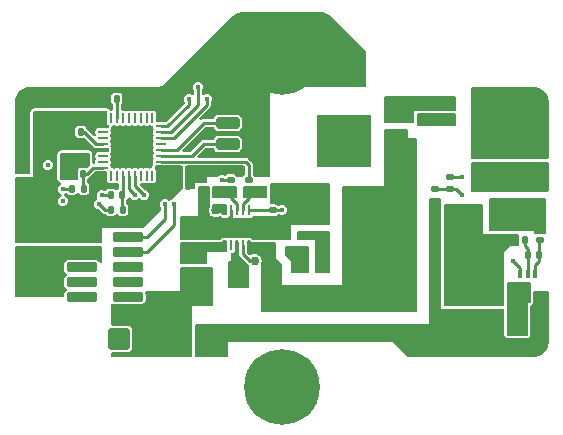
<source format=gbr>
%TF.GenerationSoftware,KiCad,Pcbnew,(7.0.0-0)*%
%TF.CreationDate,2023-08-11T18:05:37-07:00*%
%TF.ProjectId,Headlights_Driver,48656164-6c69-4676-9874-735f44726976,rev?*%
%TF.SameCoordinates,Original*%
%TF.FileFunction,Copper,L1,Top*%
%TF.FilePolarity,Positive*%
%FSLAX46Y46*%
G04 Gerber Fmt 4.6, Leading zero omitted, Abs format (unit mm)*
G04 Created by KiCad (PCBNEW (7.0.0-0)) date 2023-08-11 18:05:37*
%MOMM*%
%LPD*%
G01*
G04 APERTURE LIST*
G04 Aperture macros list*
%AMRoundRect*
0 Rectangle with rounded corners*
0 $1 Rounding radius*
0 $2 $3 $4 $5 $6 $7 $8 $9 X,Y pos of 4 corners*
0 Add a 4 corners polygon primitive as box body*
4,1,4,$2,$3,$4,$5,$6,$7,$8,$9,$2,$3,0*
0 Add four circle primitives for the rounded corners*
1,1,$1+$1,$2,$3*
1,1,$1+$1,$4,$5*
1,1,$1+$1,$6,$7*
1,1,$1+$1,$8,$9*
0 Add four rect primitives between the rounded corners*
20,1,$1+$1,$2,$3,$4,$5,0*
20,1,$1+$1,$4,$5,$6,$7,0*
20,1,$1+$1,$6,$7,$8,$9,0*
20,1,$1+$1,$8,$9,$2,$3,0*%
G04 Aperture macros list end*
%TA.AperFunction,SMDPad,CuDef*%
%ADD10RoundRect,0.250000X0.750000X-0.250000X0.750000X0.250000X-0.750000X0.250000X-0.750000X-0.250000X0*%
%TD*%
%TA.AperFunction,SMDPad,CuDef*%
%ADD11RoundRect,0.200000X-1.110000X0.200000X-1.110000X-0.200000X1.110000X-0.200000X1.110000X0.200000X0*%
%TD*%
%TA.AperFunction,SMDPad,CuDef*%
%ADD12RoundRect,0.250000X-0.325000X-0.650000X0.325000X-0.650000X0.325000X0.650000X-0.325000X0.650000X0*%
%TD*%
%TA.AperFunction,SMDPad,CuDef*%
%ADD13RoundRect,0.140000X0.170000X-0.140000X0.170000X0.140000X-0.170000X0.140000X-0.170000X-0.140000X0*%
%TD*%
%TA.AperFunction,SMDPad,CuDef*%
%ADD14RoundRect,0.135000X0.185000X-0.135000X0.185000X0.135000X-0.185000X0.135000X-0.185000X-0.135000X0*%
%TD*%
%TA.AperFunction,SMDPad,CuDef*%
%ADD15R,0.280000X0.850000*%
%TD*%
%TA.AperFunction,ComponentPad*%
%ADD16C,0.600000*%
%TD*%
%TA.AperFunction,SMDPad,CuDef*%
%ADD17R,0.700000X0.280000*%
%TD*%
%TA.AperFunction,SMDPad,CuDef*%
%ADD18R,2.400000X1.650000*%
%TD*%
%TA.AperFunction,SMDPad,CuDef*%
%ADD19RoundRect,0.140000X-0.170000X0.140000X-0.170000X-0.140000X0.170000X-0.140000X0.170000X0.140000X0*%
%TD*%
%TA.AperFunction,SMDPad,CuDef*%
%ADD20RoundRect,0.135000X0.135000X0.185000X-0.135000X0.185000X-0.135000X-0.185000X0.135000X-0.185000X0*%
%TD*%
%TA.AperFunction,SMDPad,CuDef*%
%ADD21RoundRect,0.062500X-0.375000X-0.062500X0.375000X-0.062500X0.375000X0.062500X-0.375000X0.062500X0*%
%TD*%
%TA.AperFunction,SMDPad,CuDef*%
%ADD22RoundRect,0.062500X-0.062500X-0.375000X0.062500X-0.375000X0.062500X0.375000X-0.062500X0.375000X0*%
%TD*%
%TA.AperFunction,SMDPad,CuDef*%
%ADD23R,3.450000X3.450000*%
%TD*%
%TA.AperFunction,SMDPad,CuDef*%
%ADD24RoundRect,0.140000X-0.140000X-0.170000X0.140000X-0.170000X0.140000X0.170000X-0.140000X0.170000X0*%
%TD*%
%TA.AperFunction,SMDPad,CuDef*%
%ADD25R,0.400000X0.650000*%
%TD*%
%TA.AperFunction,SMDPad,CuDef*%
%ADD26RoundRect,0.140000X0.140000X0.170000X-0.140000X0.170000X-0.140000X-0.170000X0.140000X-0.170000X0*%
%TD*%
%TA.AperFunction,ComponentPad*%
%ADD27C,0.800000*%
%TD*%
%TA.AperFunction,ComponentPad*%
%ADD28C,6.400000*%
%TD*%
%TA.AperFunction,SMDPad,CuDef*%
%ADD29RoundRect,0.135000X-0.185000X0.135000X-0.185000X-0.135000X0.185000X-0.135000X0.185000X0.135000X0*%
%TD*%
%TA.AperFunction,SMDPad,CuDef*%
%ADD30RoundRect,0.250000X0.312500X0.625000X-0.312500X0.625000X-0.312500X-0.625000X0.312500X-0.625000X0*%
%TD*%
%TA.AperFunction,SMDPad,CuDef*%
%ADD31RoundRect,0.250000X-0.625000X0.312500X-0.625000X-0.312500X0.625000X-0.312500X0.625000X0.312500X0*%
%TD*%
%TA.AperFunction,SMDPad,CuDef*%
%ADD32RoundRect,0.147500X-0.172500X0.147500X-0.172500X-0.147500X0.172500X-0.147500X0.172500X0.147500X0*%
%TD*%
%TA.AperFunction,SMDPad,CuDef*%
%ADD33RoundRect,0.135000X-0.135000X-0.185000X0.135000X-0.185000X0.135000X0.185000X-0.135000X0.185000X0*%
%TD*%
%TA.AperFunction,SMDPad,CuDef*%
%ADD34RoundRect,0.150000X0.150000X0.200000X-0.150000X0.200000X-0.150000X-0.200000X0.150000X-0.200000X0*%
%TD*%
%TA.AperFunction,SMDPad,CuDef*%
%ADD35R,0.850000X0.500000*%
%TD*%
%TA.AperFunction,SMDPad,CuDef*%
%ADD36R,4.550000X4.410000*%
%TD*%
%TA.AperFunction,SMDPad,CuDef*%
%ADD37RoundRect,0.150000X-0.200000X0.150000X-0.200000X-0.150000X0.200000X-0.150000X0.200000X0.150000X0*%
%TD*%
%TA.AperFunction,ComponentPad*%
%ADD38RoundRect,0.250000X-0.675000X-0.675000X0.675000X-0.675000X0.675000X0.675000X-0.675000X0.675000X0*%
%TD*%
%TA.AperFunction,ComponentPad*%
%ADD39C,1.850000*%
%TD*%
%TA.AperFunction,ComponentPad*%
%ADD40RoundRect,0.250000X0.675000X-0.675000X0.675000X0.675000X-0.675000X0.675000X-0.675000X-0.675000X0*%
%TD*%
%TA.AperFunction,ViaPad*%
%ADD41C,0.450000*%
%TD*%
%TA.AperFunction,ViaPad*%
%ADD42C,0.762000*%
%TD*%
%TA.AperFunction,Conductor*%
%ADD43C,0.254000*%
%TD*%
G04 APERTURE END LIST*
D10*
%TO.P,J6,1,Pin_1*%
%TO.N,/UART_RX*%
X141478000Y-69088000D03*
%TD*%
D11*
%TO.P,J3,1,Pin_1*%
%TO.N,VDD*%
X129124000Y-78740000D03*
%TO.P,J3,2,Pin_2*%
%TO.N,/SWDIO*%
X133004000Y-78740000D03*
%TO.P,J3,3,Pin_3*%
%TO.N,GND*%
X129124000Y-80010000D03*
%TO.P,J3,4,Pin_4*%
%TO.N,/SWCLK*%
X133004000Y-80010000D03*
%TO.P,J3,5,Pin_5*%
%TO.N,unconnected-(J3-Pin_5-Pad5)*%
X129124000Y-81280000D03*
%TO.P,J3,6,Pin_6*%
%TO.N,unconnected-(J3-Pin_6-Pad6)*%
X133004000Y-81280000D03*
%TO.P,J3,7,Pin_7*%
%TO.N,unconnected-(J3-Pin_7-Pad7)*%
X129124000Y-82550000D03*
%TO.P,J3,8,Pin_8*%
%TO.N,unconnected-(J3-Pin_8-Pad8)*%
X133004000Y-82550000D03*
%TO.P,J3,9,Pin_9*%
%TO.N,unconnected-(J3-Pin_9-Pad9)*%
X129124000Y-83820000D03*
%TO.P,J3,10,Pin_10*%
%TO.N,unconnected-(J3-Pin_10-Pad10)*%
X133004000Y-83820000D03*
%TD*%
D12*
%TO.P,C17,1*%
%TO.N,Net-(U3-HB)*%
X142289000Y-81788000D03*
%TO.P,C17,2*%
%TO.N,Net-(Q2-D)*%
X145239000Y-81788000D03*
%TD*%
D13*
%TO.P,C2,1*%
%TO.N,VDD*%
X129286000Y-68552000D03*
%TO.P,C2,2*%
%TO.N,GND*%
X129286000Y-67592000D03*
%TD*%
D14*
%TO.P,R8,1*%
%TO.N,Net-(U2-+)*%
X167894000Y-78996000D03*
%TO.P,R8,2*%
%TO.N,Net-(R10-Pad2)*%
X167894000Y-77976000D03*
%TD*%
D15*
%TO.P,U3,1,VDD*%
%TO.N,Net-(U3-VDD)*%
X141239999Y-79452999D03*
%TO.P,U3,2,NC*%
%TO.N,unconnected-(U3-NC-Pad2)*%
X141739999Y-79452999D03*
%TO.P,U3,3,HB*%
%TO.N,Net-(U3-HB)*%
X142239999Y-79452999D03*
%TO.P,U3,4,HO*%
%TO.N,Net-(D1-K)*%
X142739999Y-79452999D03*
%TO.P,U3,5,HS*%
%TO.N,Net-(Q2-D)*%
X143239999Y-79452999D03*
%TO.P,U3,6,EN*%
%TO.N,/DRVR_EN*%
X143239999Y-76502999D03*
%TO.P,U3,7,HI*%
%TO.N,Net-(U3-HI)*%
X142739999Y-76502999D03*
%TO.P,U3,8,LI*%
%TO.N,Net-(U3-LI)*%
X142239999Y-76502999D03*
%TO.P,U3,9,VSS*%
%TO.N,GND*%
X141739999Y-76502999D03*
%TO.P,U3,10,LO*%
%TO.N,Net-(D2-K)*%
X141239999Y-76502999D03*
D16*
%TO.P,U3,11,EP*%
%TO.N,GND*%
X141380000Y-78458000D03*
X143100000Y-78458000D03*
D17*
X140689999Y-78227999D03*
X143789999Y-78227999D03*
D16*
X142240000Y-77978000D03*
D18*
X142239999Y-77977999D03*
D17*
X140689999Y-77727999D03*
X143789999Y-77727999D03*
D16*
X141380000Y-77498000D03*
X143100000Y-77498000D03*
%TD*%
D19*
%TO.P,C13,1*%
%TO.N,/DRVR_EN*%
X145288000Y-76482000D03*
%TO.P,C13,2*%
%TO.N,GND*%
X145288000Y-77442000D03*
%TD*%
D20*
%TO.P,R3,1*%
%TO.N,/SENSE*%
X129288000Y-74676000D03*
%TO.P,R3,2*%
%TO.N,Net-(R3-Pad2)*%
X128268000Y-74676000D03*
%TD*%
D21*
%TO.P,U1,1,VDD*%
%TO.N,VDD*%
X130912500Y-69370000D03*
%TO.P,U1,2,PF0*%
%TO.N,unconnected-(U1-PF0-Pad2)*%
X130912500Y-69870000D03*
%TO.P,U1,3,PF1*%
%TO.N,unconnected-(U1-PF1-Pad3)*%
X130912500Y-70370000D03*
%TO.P,U1,4,NRST*%
%TO.N,Net-(U1-NRST)*%
X130912500Y-70870000D03*
%TO.P,U1,5,VDDA*%
%TO.N,VDD*%
X130912500Y-71370000D03*
%TO.P,U1,6,PA0*%
%TO.N,unconnected-(U1-PA0-Pad6)*%
X130912500Y-71870000D03*
%TO.P,U1,7,PA1*%
%TO.N,unconnected-(U1-PA1-Pad7)*%
X130912500Y-72370000D03*
%TO.P,U1,8,PA2*%
%TO.N,/SENSE*%
X130912500Y-72870000D03*
D22*
%TO.P,U1,9,PA3*%
%TO.N,unconnected-(U1-PA3-Pad9)*%
X131600000Y-73557500D03*
%TO.P,U1,10,PA4*%
%TO.N,unconnected-(U1-PA4-Pad10)*%
X132100000Y-73557500D03*
%TO.P,U1,11,PA5*%
%TO.N,/TEMP*%
X132600000Y-73557500D03*
%TO.P,U1,12,PA6*%
%TO.N,/STATUS*%
X133100000Y-73557500D03*
%TO.P,U1,13,PA7*%
%TO.N,/LOW*%
X133600000Y-73557500D03*
%TO.P,U1,14,PB0*%
%TO.N,unconnected-(U1-PB0-Pad14)*%
X134100000Y-73557500D03*
%TO.P,U1,15,PB1*%
%TO.N,unconnected-(U1-PB1-Pad15)*%
X134600000Y-73557500D03*
%TO.P,U1,16,PB2*%
%TO.N,unconnected-(U1-PB2-Pad16)*%
X135100000Y-73557500D03*
D21*
%TO.P,U1,17,VDD*%
%TO.N,VDD*%
X135787500Y-72870000D03*
%TO.P,U1,18,PA8*%
%TO.N,/HIGH*%
X135787500Y-72370000D03*
%TO.P,U1,19,PA9*%
%TO.N,/UART_TX*%
X135787500Y-71870000D03*
%TO.P,U1,20,PA10*%
%TO.N,/UART_RX*%
X135787500Y-71370000D03*
%TO.P,U1,21,PA11*%
%TO.N,unconnected-(U1-PA11-Pad21)*%
X135787500Y-70870000D03*
%TO.P,U1,22,PA12*%
%TO.N,/DRVR_EN*%
X135787500Y-70370000D03*
%TO.P,U1,23,PA13*%
%TO.N,/SWDIO*%
X135787500Y-69870000D03*
%TO.P,U1,24,PA14*%
%TO.N,/SWCLK*%
X135787500Y-69370000D03*
D22*
%TO.P,U1,25,PA15*%
%TO.N,unconnected-(U1-PA15-Pad25)*%
X135100000Y-68682500D03*
%TO.P,U1,26,PB3*%
%TO.N,unconnected-(U1-PB3-Pad26)*%
X134600000Y-68682500D03*
%TO.P,U1,27,PB4*%
%TO.N,unconnected-(U1-PB4-Pad27)*%
X134100000Y-68682500D03*
%TO.P,U1,28,PB5*%
%TO.N,unconnected-(U1-PB5-Pad28)*%
X133600000Y-68682500D03*
%TO.P,U1,29,PB6*%
%TO.N,unconnected-(U1-PB6-Pad29)*%
X133100000Y-68682500D03*
%TO.P,U1,30,PB7*%
%TO.N,unconnected-(U1-PB7-Pad30)*%
X132600000Y-68682500D03*
%TO.P,U1,31,BOOT0*%
%TO.N,Net-(U1-BOOT0)*%
X132100000Y-68682500D03*
%TO.P,U1,32,PB8*%
%TO.N,unconnected-(U1-PB8-Pad32)*%
X131600000Y-68682500D03*
D23*
%TO.P,U1,33,VSS*%
%TO.N,GND*%
X133349999Y-71119999D03*
%TD*%
D14*
%TO.P,R13,1*%
%TO.N,Net-(D2-K)*%
X147828000Y-79758000D03*
%TO.P,R13,2*%
%TO.N,Net-(D2-A)*%
X147828000Y-78738000D03*
%TD*%
D20*
%TO.P,R12,1*%
%TO.N,Net-(D1-K)*%
X157990000Y-68580000D03*
%TO.P,R12,2*%
%TO.N,Net-(D1-A)*%
X156970000Y-68580000D03*
%TD*%
%TO.P,R2,1*%
%TO.N,Net-(U1-BOOT0)*%
X132082000Y-67056000D03*
%TO.P,R2,2*%
%TO.N,GND*%
X131062000Y-67056000D03*
%TD*%
D24*
%TO.P,C4,1*%
%TO.N,VDD*%
X137188000Y-73152000D03*
%TO.P,C4,2*%
%TO.N,GND*%
X138148000Y-73152000D03*
%TD*%
D25*
%TO.P,U2,1,REF*%
%TO.N,GND*%
X166227999Y-83753999D03*
%TO.P,U2,2,GND*%
X166877999Y-83753999D03*
%TO.P,U2,3,V+*%
%TO.N,VDD*%
X167527999Y-83753999D03*
%TO.P,U2,4,+*%
%TO.N,Net-(U2-+)*%
X167527999Y-81853999D03*
%TO.P,U2,5,-*%
%TO.N,Net-(U2--)*%
X166877999Y-81853999D03*
%TO.P,U2,6*%
%TO.N,Net-(R3-Pad2)*%
X166227999Y-81853999D03*
%TD*%
D26*
%TO.P,C15,1*%
%TO.N,VDD*%
X167358000Y-85344000D03*
%TO.P,C15,2*%
%TO.N,GND*%
X166398000Y-85344000D03*
%TD*%
D14*
%TO.P,TH1,1*%
%TO.N,VDD*%
X159004000Y-75694000D03*
%TO.P,TH1,2*%
%TO.N,Net-(R15-Pad1)*%
X159004000Y-74674000D03*
%TD*%
D26*
%TO.P,C11,1*%
%TO.N,Net-(U3-LI)*%
X140434000Y-74930000D03*
%TO.P,C11,2*%
%TO.N,GND*%
X139474000Y-74930000D03*
%TD*%
%TO.P,C8,1*%
%TO.N,/TEMP*%
X132560000Y-75184000D03*
%TO.P,C8,2*%
%TO.N,GND*%
X131600000Y-75184000D03*
%TD*%
D14*
%TO.P,R6,1*%
%TO.N,Net-(U3-LI)*%
X141732000Y-74932000D03*
%TO.P,R6,2*%
%TO.N,/LOW*%
X141732000Y-73912000D03*
%TD*%
D13*
%TO.P,C1,1*%
%TO.N,VDD*%
X128016000Y-68552000D03*
%TO.P,C1,2*%
%TO.N,GND*%
X128016000Y-67592000D03*
%TD*%
D27*
%TO.P,H2,1,1*%
%TO.N,GND*%
X143650000Y-91440000D03*
X144352944Y-89742944D03*
X144352944Y-93137056D03*
X146050000Y-89040000D03*
D28*
X146050000Y-91440000D03*
D27*
X146050000Y-93840000D03*
X147747056Y-89742944D03*
X147747056Y-93137056D03*
X148450000Y-91440000D03*
%TD*%
D29*
%TO.P,R5,1*%
%TO.N,/HIGH*%
X143256000Y-73912000D03*
%TO.P,R5,2*%
%TO.N,Net-(U3-HI)*%
X143256000Y-74932000D03*
%TD*%
D19*
%TO.P,C5,1*%
%TO.N,VDD*%
X128016000Y-71148000D03*
%TO.P,C5,2*%
%TO.N,GND*%
X128016000Y-72108000D03*
%TD*%
D10*
%TO.P,J5,1,Pin_1*%
%TO.N,/UART_TX*%
X141478000Y-70866000D03*
%TD*%
D26*
%TO.P,C12,1*%
%TO.N,VDD*%
X167358000Y-86614000D03*
%TO.P,C12,2*%
%TO.N,GND*%
X166398000Y-86614000D03*
%TD*%
D24*
%TO.P,C9,1*%
%TO.N,Net-(U3-HI)*%
X144554000Y-74930000D03*
%TO.P,C9,2*%
%TO.N,GND*%
X145514000Y-74930000D03*
%TD*%
D27*
%TO.P,H1,1,1*%
%TO.N,GND*%
X143650000Y-63500000D03*
X144352944Y-61802944D03*
X144352944Y-65197056D03*
X146050000Y-61100000D03*
D28*
X146050000Y-63500000D03*
D27*
X146050000Y-65900000D03*
X147747056Y-61802944D03*
X147747056Y-65197056D03*
X148450000Y-63500000D03*
%TD*%
D29*
%TO.P,R7,1*%
%TO.N,Net-(U3-VDD)*%
X139192000Y-80770000D03*
%TO.P,R7,2*%
%TO.N,Vdrive*%
X139192000Y-81790000D03*
%TD*%
D30*
%TO.P,R11,1*%
%TO.N,Net-(R10-Pad2)*%
X164276500Y-77216000D03*
%TO.P,R11,2*%
%TO.N,GND*%
X161351500Y-77216000D03*
%TD*%
D13*
%TO.P,C10,1*%
%TO.N,Net-(U3-VDD)*%
X137922000Y-79474000D03*
%TO.P,C10,2*%
%TO.N,GND*%
X137922000Y-78514000D03*
%TD*%
D26*
%TO.P,C16,1*%
%TO.N,Net-(U2-+)*%
X167866000Y-80264000D03*
%TO.P,C16,2*%
%TO.N,Net-(U2--)*%
X166906000Y-80264000D03*
%TD*%
D31*
%TO.P,R10,1*%
%TO.N,Net-(F1-Pad2)*%
X167132000Y-73213500D03*
%TO.P,R10,2*%
%TO.N,Net-(R10-Pad2)*%
X167132000Y-76138500D03*
%TD*%
D32*
%TO.P,F1,1*%
%TO.N,/LED-*%
X163576000Y-71905000D03*
%TO.P,F1,2*%
%TO.N,Net-(F1-Pad2)*%
X163576000Y-72875000D03*
%TD*%
D26*
%TO.P,C7,1*%
%TO.N,/SENSE*%
X129258000Y-73406000D03*
%TO.P,C7,2*%
%TO.N,GND*%
X128298000Y-73406000D03*
%TD*%
D33*
%TO.P,R1,1*%
%TO.N,VDD*%
X128014000Y-69850000D03*
%TO.P,R1,2*%
%TO.N,Net-(U1-NRST)*%
X129034000Y-69850000D03*
%TD*%
D34*
%TO.P,D2,1,K*%
%TO.N,Net-(D2-K)*%
X147890000Y-81280000D03*
%TO.P,D2,2,A*%
%TO.N,Net-(D2-A)*%
X149290000Y-81280000D03*
%TD*%
D24*
%TO.P,C3,1*%
%TO.N,VDD*%
X137188000Y-74422000D03*
%TO.P,C3,2*%
%TO.N,GND*%
X138148000Y-74422000D03*
%TD*%
D14*
%TO.P,R15,1*%
%TO.N,Net-(R15-Pad1)*%
X160274000Y-74678000D03*
%TO.P,R15,2*%
%TO.N,GND*%
X160274000Y-73658000D03*
%TD*%
D20*
%TO.P,R9,1*%
%TO.N,Net-(U2--)*%
X166626000Y-78994000D03*
%TO.P,R9,2*%
%TO.N,GND*%
X165606000Y-78994000D03*
%TD*%
D35*
%TO.P,Q1,1,S*%
%TO.N,Net-(Q2-D)*%
X155299999Y-72516999D03*
%TO.P,Q1,2,S*%
X155299999Y-71246999D03*
%TO.P,Q1,3,S*%
X155299999Y-69976999D03*
%TO.P,Q1,4,G*%
%TO.N,Net-(D1-A)*%
X155299999Y-68706999D03*
D36*
%TO.P,Q1,5,D*%
%TO.N,VS*%
X151349999Y-70611999D03*
%TD*%
D35*
%TO.P,Q2,1,S*%
%TO.N,GND*%
X149499999Y-74802999D03*
%TO.P,Q2,2,S*%
X149499999Y-76072999D03*
%TO.P,Q2,3,S*%
X149499999Y-77342999D03*
%TO.P,Q2,4,G*%
%TO.N,Net-(D2-A)*%
X149499999Y-78612999D03*
D36*
%TO.P,Q2,5,D*%
%TO.N,Net-(Q2-D)*%
X153449999Y-76707999D03*
%TD*%
D20*
%TO.P,R4,1*%
%TO.N,/TEMP*%
X132590000Y-76454000D03*
%TO.P,R4,2*%
%TO.N,Net-(R15-Pad1)*%
X131570000Y-76454000D03*
%TD*%
D19*
%TO.P,C6,1*%
%TO.N,VDD*%
X129286000Y-71148000D03*
%TO.P,C6,2*%
%TO.N,GND*%
X129286000Y-72108000D03*
%TD*%
D13*
%TO.P,C14,1*%
%TO.N,Net-(U3-VDD)*%
X139192000Y-79474000D03*
%TO.P,C14,2*%
%TO.N,GND*%
X139192000Y-78514000D03*
%TD*%
D37*
%TO.P,D1,1,K*%
%TO.N,Net-(D1-K)*%
X160020000Y-68772000D03*
%TO.P,D1,2,A*%
%TO.N,Net-(D1-A)*%
X160020000Y-67372000D03*
%TD*%
D38*
%TO.P,J7,1,Pin_1*%
%TO.N,GND*%
X132266000Y-87376000D03*
D39*
%TO.P,J7,2,Pin_2*%
%TO.N,Vdrive*%
X136466000Y-87376000D03*
%TD*%
D40*
%TO.P,J4,1,Pin_1*%
%TO.N,GND*%
X124968000Y-82110000D03*
D39*
%TO.P,J4,2,Pin_2*%
%TO.N,VDD*%
X124968000Y-77910000D03*
%TD*%
D41*
%TO.N,GND*%
X165608000Y-83058000D03*
D42*
X162560000Y-81026000D03*
D41*
X130810000Y-75227500D03*
D42*
X134620000Y-69850000D03*
X161798000Y-80264000D03*
X124206000Y-72898000D03*
D41*
X133096000Y-67056000D03*
X135128000Y-67056000D03*
X143764000Y-67056000D03*
D42*
X147574000Y-77216000D03*
D41*
X134112000Y-67056000D03*
D42*
X124206000Y-71882000D03*
X161036000Y-81026000D03*
X162560000Y-82550000D03*
D41*
X127508000Y-72898000D03*
D42*
X161798000Y-81788000D03*
D41*
X166370000Y-83058000D03*
X141732000Y-67056000D03*
D42*
X147574000Y-75946000D03*
X163322000Y-81788000D03*
D41*
X127508000Y-73660000D03*
D42*
X133350000Y-69850000D03*
X147574000Y-74676000D03*
D41*
X139192000Y-73914000D03*
X161290000Y-73660000D03*
X127508000Y-75692000D03*
D42*
X164084000Y-82550000D03*
X163322000Y-83312000D03*
X132080000Y-69850000D03*
%TO.N,VDD*%
X140970000Y-88392000D03*
X139192000Y-88392000D03*
X140970000Y-86868000D03*
D41*
%TO.N,/SWDIO*%
X138938000Y-66040000D03*
X136144000Y-75946000D03*
%TO.N,/SWCLK*%
X136906000Y-75946000D03*
X138176000Y-67056000D03*
%TO.N,/DRVR_EN*%
X146050000Y-76454000D03*
X139700000Y-67056000D03*
D42*
%TO.N,Net-(Q2-D)*%
X156718000Y-74168000D03*
X153416000Y-78232000D03*
X151892000Y-76708000D03*
X151892000Y-75184000D03*
X156718000Y-72644000D03*
X153416000Y-75184000D03*
X156718000Y-77216000D03*
X156718000Y-71120000D03*
X156718000Y-75692000D03*
X156718000Y-78740000D03*
X153416000Y-76708000D03*
X151892000Y-78232000D03*
D41*
%TO.N,/STATUS*%
X126238000Y-72644000D03*
X133604000Y-75184000D03*
D42*
%TO.N,/LED-*%
X163322000Y-67056000D03*
X167386000Y-67056000D03*
X165354000Y-68326000D03*
X163322000Y-69596000D03*
X167386000Y-69596000D03*
%TO.N,VS*%
X152908000Y-70612000D03*
X152908000Y-69088000D03*
X151384000Y-70612000D03*
X151384000Y-69088000D03*
X151384000Y-72136000D03*
X152908000Y-72136000D03*
%TO.N,Net-(D1-K)*%
X159004000Y-68834000D03*
X143764000Y-80772000D03*
D41*
%TO.N,/LOW*%
X140970000Y-73914000D03*
X134384646Y-75184000D03*
D42*
%TO.N,Net-(D2-K)*%
X140462000Y-76454000D03*
X146812000Y-80010000D03*
D41*
%TO.N,Net-(R3-Pad2)*%
X165608000Y-80772000D03*
X127508000Y-74676000D03*
%TO.N,Net-(R15-Pad1)*%
X130556000Y-75946000D03*
X161290000Y-75184000D03*
%TD*%
D43*
%TO.N,/SENSE*%
X129258000Y-74646000D02*
X129288000Y-74676000D01*
X129540000Y-73406000D02*
X129258000Y-73406000D01*
X129258000Y-73406000D02*
X129258000Y-74646000D01*
X130912500Y-72870000D02*
X130076000Y-72870000D01*
X130076000Y-72870000D02*
X129540000Y-73406000D01*
%TO.N,GND*%
X161290000Y-73660000D02*
X161288000Y-73658000D01*
X161288000Y-73658000D02*
X160274000Y-73658000D01*
X141740000Y-76503000D02*
X141740000Y-77138000D01*
X141740000Y-77138000D02*
X141380000Y-77498000D01*
X131600000Y-75184000D02*
X130853500Y-75184000D01*
X130853500Y-75184000D02*
X130810000Y-75227500D01*
%TO.N,Net-(U3-HI)*%
X142740000Y-76503000D02*
X142740000Y-75954000D01*
X143256000Y-75438000D02*
X143256000Y-74932000D01*
X142740000Y-75954000D02*
X143256000Y-75438000D01*
%TO.N,Net-(U3-LI)*%
X141732000Y-75438000D02*
X141732000Y-74932000D01*
X142240000Y-75946000D02*
X141732000Y-75438000D01*
X142240000Y-76503000D02*
X142240000Y-75946000D01*
%TO.N,/SWDIO*%
X136144000Y-77216000D02*
X136144000Y-75946000D01*
X134620000Y-78740000D02*
X136144000Y-77216000D01*
X133004000Y-78740000D02*
X134620000Y-78740000D01*
X136632000Y-69870000D02*
X135787500Y-69870000D01*
X138938000Y-66040000D02*
X138938000Y-67564000D01*
X138938000Y-67564000D02*
X136632000Y-69870000D01*
%TO.N,/SWCLK*%
X136906000Y-77724000D02*
X136906000Y-75946000D01*
X135787500Y-69370000D02*
X136370000Y-69370000D01*
X136370000Y-69370000D02*
X138176000Y-67564000D01*
X138176000Y-67564000D02*
X138176000Y-67056000D01*
X133004000Y-80010000D02*
X134620000Y-80010000D01*
X134620000Y-80010000D02*
X136906000Y-77724000D01*
%TO.N,/UART_RX*%
X139446000Y-69088000D02*
X141478000Y-69088000D01*
X137164000Y-71370000D02*
X139446000Y-69088000D01*
X135787500Y-71370000D02*
X137164000Y-71370000D01*
%TO.N,/UART_TX*%
X138442000Y-71870000D02*
X139446000Y-70866000D01*
X135787500Y-71870000D02*
X138442000Y-71870000D01*
X139446000Y-70866000D02*
X141478000Y-70866000D01*
%TO.N,Net-(U2--)*%
X166878000Y-80292000D02*
X166906000Y-80264000D01*
X166624000Y-79502000D02*
X166626000Y-79500000D01*
X166906000Y-79784000D02*
X166624000Y-79502000D01*
X166626000Y-79500000D02*
X166626000Y-78994000D01*
X166878000Y-81854000D02*
X166878000Y-80292000D01*
X166906000Y-80264000D02*
X166906000Y-79784000D01*
%TO.N,/DRVR_EN*%
X146001000Y-76503000D02*
X143240000Y-76503000D01*
X139700000Y-67564000D02*
X136894000Y-70370000D01*
X146050000Y-76454000D02*
X146001000Y-76503000D01*
X139700000Y-67056000D02*
X139700000Y-67564000D01*
X136894000Y-70370000D02*
X135787500Y-70370000D01*
%TO.N,/STATUS*%
X133100000Y-74680000D02*
X133100000Y-73557500D01*
X133604000Y-75184000D02*
X133100000Y-74680000D01*
%TO.N,Net-(D1-K)*%
X143764000Y-80772000D02*
X143340000Y-80772000D01*
X142740000Y-80172000D02*
X142740000Y-79453000D01*
X143340000Y-80772000D02*
X142740000Y-80172000D01*
%TO.N,Net-(U1-NRST)*%
X130306000Y-70870000D02*
X129286000Y-69850000D01*
X129286000Y-69850000D02*
X129034000Y-69850000D01*
X130912500Y-70870000D02*
X130306000Y-70870000D01*
%TO.N,/HIGH*%
X135787500Y-72370000D02*
X142982000Y-72370000D01*
X143256000Y-72644000D02*
X143256000Y-73658000D01*
X142982000Y-72370000D02*
X143256000Y-72644000D01*
%TO.N,/LOW*%
X140970000Y-73914000D02*
X140972000Y-73912000D01*
X134384646Y-75184000D02*
X133600000Y-74399354D01*
X133600000Y-74399354D02*
X133600000Y-73557500D01*
X140972000Y-73912000D02*
X141732000Y-73912000D01*
%TO.N,Net-(U2-+)*%
X167866000Y-80264000D02*
X167866000Y-79024000D01*
X167866000Y-79024000D02*
X167894000Y-78996000D01*
X167528000Y-81854000D02*
X167528000Y-81138000D01*
X167528000Y-81138000D02*
X167866000Y-80800000D01*
X167866000Y-80800000D02*
X167866000Y-80264000D01*
%TO.N,/TEMP*%
X132560000Y-76424000D02*
X132590000Y-76454000D01*
X132600000Y-73557500D02*
X132600000Y-75144000D01*
X132560000Y-75184000D02*
X132560000Y-76424000D01*
X132600000Y-75144000D02*
X132560000Y-75184000D01*
%TO.N,Net-(U1-BOOT0)*%
X132100000Y-67074000D02*
X132082000Y-67056000D01*
X132100000Y-68682500D02*
X132100000Y-67074000D01*
%TO.N,Net-(R3-Pad2)*%
X166228000Y-81392000D02*
X165608000Y-80772000D01*
X166228000Y-81854000D02*
X166228000Y-81392000D01*
X128268000Y-74676000D02*
X127508000Y-74676000D01*
%TO.N,Net-(R15-Pad1)*%
X131570000Y-76454000D02*
X131064000Y-76454000D01*
X160780000Y-74674000D02*
X159004000Y-74674000D01*
X161290000Y-75184000D02*
X160780000Y-74674000D01*
X131064000Y-76454000D02*
X130556000Y-75946000D01*
%TD*%
%TA.AperFunction,Conductor*%
%TO.N,Net-(F1-Pad2)*%
G36*
X163307435Y-72391315D02*
G01*
X163370472Y-72400500D01*
X163776966Y-72400500D01*
X163781528Y-72400500D01*
X163844564Y-72391315D01*
X163862730Y-72390000D01*
X168519500Y-72390000D01*
X168582500Y-72406881D01*
X168628619Y-72453000D01*
X168645500Y-72516000D01*
X168645500Y-74804000D01*
X168628619Y-74867000D01*
X168582500Y-74913119D01*
X168519500Y-74930000D01*
X162178000Y-74930000D01*
X162115000Y-74913119D01*
X162068881Y-74867000D01*
X162052000Y-74804000D01*
X162052000Y-72516000D01*
X162068881Y-72453000D01*
X162115000Y-72406881D01*
X162178000Y-72390000D01*
X163289270Y-72390000D01*
X163307435Y-72391315D01*
G37*
%TD.AperFunction*%
%TD*%
%TA.AperFunction,Conductor*%
%TO.N,Net-(D2-K)*%
G36*
X148273000Y-79518881D02*
G01*
X148319119Y-79565000D01*
X148336000Y-79628000D01*
X148336000Y-81662000D01*
X148319119Y-81725000D01*
X148273000Y-81771119D01*
X148210000Y-81788000D01*
X146938000Y-81788000D01*
X146875000Y-81771119D01*
X146828881Y-81725000D01*
X146812000Y-81662000D01*
X146812000Y-80784410D01*
X146812000Y-80772000D01*
X146340905Y-80300904D01*
X146313591Y-80260028D01*
X146304000Y-80211810D01*
X146304000Y-79628000D01*
X146320881Y-79565000D01*
X146367000Y-79518881D01*
X146430000Y-79502000D01*
X148210000Y-79502000D01*
X148273000Y-79518881D01*
G37*
%TD.AperFunction*%
%TD*%
%TA.AperFunction,Conductor*%
%TO.N,Vdrive*%
G36*
X140145000Y-81296881D02*
G01*
X140191119Y-81343000D01*
X140208000Y-81406000D01*
X140208000Y-84456000D01*
X140191119Y-84519000D01*
X140145000Y-84565119D01*
X140082000Y-84582000D01*
X138430000Y-84582000D01*
X138430000Y-84598590D01*
X138430000Y-88774000D01*
X138413119Y-88837000D01*
X138367000Y-88883119D01*
X138304000Y-88900000D01*
X135540911Y-88900000D01*
X135521198Y-88898448D01*
X135469617Y-88890277D01*
X135469609Y-88890276D01*
X135464727Y-88889503D01*
X135459788Y-88889502D01*
X135459778Y-88889502D01*
X135366037Y-88889500D01*
X131698000Y-88889500D01*
X131635000Y-88872619D01*
X131588881Y-88826500D01*
X131572000Y-88763500D01*
X131572000Y-88627500D01*
X131588881Y-88564500D01*
X131635000Y-88518381D01*
X131698000Y-88501500D01*
X132992313Y-88501500D01*
X132995266Y-88501500D01*
X133025699Y-88498646D01*
X133153882Y-88453793D01*
X133263150Y-88373150D01*
X133343793Y-88263882D01*
X133388646Y-88135699D01*
X133391500Y-88105266D01*
X133391500Y-86646734D01*
X133388646Y-86616301D01*
X133343793Y-86488118D01*
X133263150Y-86378850D01*
X133255557Y-86373246D01*
X133161480Y-86303814D01*
X133161477Y-86303812D01*
X133153882Y-86298207D01*
X133025699Y-86253354D01*
X133018067Y-86252638D01*
X133018066Y-86252638D01*
X132998201Y-86250775D01*
X132998195Y-86250774D01*
X132995266Y-86250500D01*
X131698000Y-86250500D01*
X131635000Y-86233619D01*
X131588881Y-86187500D01*
X131572000Y-86124500D01*
X131572000Y-84511038D01*
X131588065Y-84449472D01*
X131632165Y-84403605D01*
X131693053Y-84385135D01*
X131755203Y-84398771D01*
X131768696Y-84405646D01*
X131862481Y-84420500D01*
X134145518Y-84420499D01*
X134239304Y-84405646D01*
X134352342Y-84348050D01*
X134442050Y-84258342D01*
X134499646Y-84145304D01*
X134514500Y-84051519D01*
X134514499Y-83588482D01*
X134499646Y-83494696D01*
X134495144Y-83485860D01*
X134492244Y-83476934D01*
X134487630Y-83418287D01*
X134510143Y-83363938D01*
X134554876Y-83325733D01*
X134612078Y-83312000D01*
X137397410Y-83312000D01*
X137414000Y-83312000D01*
X137414000Y-81406000D01*
X137430881Y-81343000D01*
X137477000Y-81296881D01*
X137540000Y-81280000D01*
X140082000Y-81280000D01*
X140145000Y-81296881D01*
G37*
%TD.AperFunction*%
%TD*%
%TA.AperFunction,Conductor*%
%TO.N,Net-(U3-HI)*%
G36*
X144765500Y-74438881D02*
G01*
X144811619Y-74485000D01*
X144828500Y-74548000D01*
X144828500Y-74712489D01*
X144828508Y-74713010D01*
X144828509Y-74713077D01*
X144828600Y-74718647D01*
X144828609Y-74719194D01*
X144828622Y-74719612D01*
X144828625Y-74719712D01*
X144828724Y-74722727D01*
X144828775Y-74724279D01*
X144828818Y-74724804D01*
X144828999Y-74731131D01*
X144828999Y-75128871D01*
X144828817Y-75135203D01*
X144828777Y-75135703D01*
X144828610Y-75140803D01*
X144828603Y-75141228D01*
X144828601Y-75141312D01*
X144828509Y-75146963D01*
X144828500Y-75147529D01*
X144828500Y-75148084D01*
X144828500Y-75312000D01*
X144811619Y-75375000D01*
X144765500Y-75421119D01*
X144702500Y-75438000D01*
X142874000Y-75438000D01*
X142811000Y-75421119D01*
X142764881Y-75375000D01*
X142748000Y-75312000D01*
X142748000Y-74548000D01*
X142764881Y-74485000D01*
X142811000Y-74438881D01*
X142874000Y-74422000D01*
X144702500Y-74422000D01*
X144765500Y-74438881D01*
G37*
%TD.AperFunction*%
%TD*%
%TA.AperFunction,Conductor*%
%TO.N,VDD*%
G36*
X159449000Y-75454881D02*
G01*
X159495119Y-75501000D01*
X159512000Y-75564000D01*
X159512000Y-84836000D01*
X159528590Y-84836000D01*
X164768500Y-84836000D01*
X164831500Y-84852881D01*
X164877619Y-84899000D01*
X164894500Y-84962000D01*
X164894500Y-86996000D01*
X164901502Y-87049188D01*
X164902565Y-87053158D01*
X164902568Y-87053169D01*
X164917317Y-87108213D01*
X164917321Y-87108225D01*
X164918383Y-87112188D01*
X164919958Y-87115991D01*
X164919959Y-87115993D01*
X164935751Y-87154118D01*
X164935753Y-87154121D01*
X164938913Y-87161750D01*
X164971571Y-87204310D01*
X165017690Y-87250429D01*
X165060250Y-87283087D01*
X165109812Y-87303617D01*
X165113783Y-87304681D01*
X165113786Y-87304682D01*
X165164442Y-87318255D01*
X165172812Y-87320498D01*
X165226000Y-87327500D01*
X166747878Y-87327500D01*
X166752000Y-87327500D01*
X166805188Y-87320498D01*
X166868188Y-87303617D01*
X166917750Y-87283087D01*
X166960310Y-87250429D01*
X167006429Y-87204310D01*
X167039087Y-87161750D01*
X167059617Y-87112188D01*
X167076498Y-87049188D01*
X167083500Y-86996000D01*
X167083500Y-86831511D01*
X167083389Y-86824767D01*
X167083222Y-86819681D01*
X167083181Y-86819188D01*
X167083000Y-86812871D01*
X167083000Y-86415148D01*
X167083182Y-86408808D01*
X167083221Y-86408337D01*
X167083389Y-86403238D01*
X167083500Y-86396471D01*
X167083500Y-85561511D01*
X167083389Y-85554767D01*
X167083222Y-85549681D01*
X167083181Y-85549188D01*
X167083000Y-85542871D01*
X167083000Y-85145148D01*
X167083182Y-85138808D01*
X167083221Y-85138337D01*
X167083389Y-85133238D01*
X167083500Y-85126471D01*
X167083500Y-84609832D01*
X167093091Y-84561614D01*
X167120404Y-84520737D01*
X167161280Y-84493424D01*
X167161456Y-84493350D01*
X167171750Y-84489087D01*
X167214310Y-84456429D01*
X167260429Y-84410310D01*
X167293087Y-84367750D01*
X167313617Y-84318188D01*
X167330498Y-84255188D01*
X167337500Y-84202000D01*
X167337500Y-84133781D01*
X167336510Y-84113639D01*
X167334089Y-84089058D01*
X167333934Y-84088017D01*
X167333000Y-84072799D01*
X167333000Y-83438000D01*
X167349881Y-83375000D01*
X167396000Y-83328881D01*
X167459000Y-83312000D01*
X168519500Y-83312000D01*
X168582500Y-83328881D01*
X168628619Y-83375000D01*
X168645500Y-83438000D01*
X168645500Y-87625044D01*
X168645112Y-87634930D01*
X168630771Y-87817143D01*
X168627678Y-87836671D01*
X168586170Y-88009566D01*
X168580060Y-88028370D01*
X168512018Y-88192637D01*
X168503042Y-88210254D01*
X168410137Y-88361861D01*
X168398515Y-88377857D01*
X168283040Y-88513060D01*
X168269060Y-88527040D01*
X168133857Y-88642515D01*
X168117861Y-88654137D01*
X167966254Y-88747042D01*
X167948637Y-88756018D01*
X167784370Y-88824060D01*
X167765566Y-88830170D01*
X167592671Y-88871678D01*
X167573143Y-88874771D01*
X167390930Y-88889112D01*
X167381044Y-88889500D01*
X156759690Y-88889500D01*
X156711472Y-88879909D01*
X156670595Y-88852595D01*
X155456775Y-87638775D01*
X155448000Y-87630000D01*
X155435590Y-87630000D01*
X141494590Y-87630000D01*
X141478000Y-87630000D01*
X141478000Y-87646590D01*
X141478000Y-88774000D01*
X141461119Y-88837000D01*
X141415000Y-88883119D01*
X141352000Y-88900000D01*
X138810000Y-88900000D01*
X138747000Y-88883119D01*
X138700881Y-88837000D01*
X138684000Y-88774000D01*
X138684000Y-86232000D01*
X138700881Y-86169000D01*
X138747000Y-86122881D01*
X138810000Y-86106000D01*
X158479410Y-86106000D01*
X158496000Y-86106000D01*
X158496000Y-75564000D01*
X158512881Y-75501000D01*
X158559000Y-75454881D01*
X158622000Y-75438000D01*
X159386000Y-75438000D01*
X159449000Y-75454881D01*
G37*
%TD.AperFunction*%
%TD*%
%TA.AperFunction,Conductor*%
%TO.N,Net-(D2-K)*%
G36*
X141336500Y-75962881D02*
G01*
X141382619Y-76009000D01*
X141399500Y-76072000D01*
X141399500Y-76797000D01*
X141382619Y-76860000D01*
X141336500Y-76906119D01*
X141273500Y-76923000D01*
X141164113Y-76923000D01*
X141111645Y-76911556D01*
X141068708Y-76879304D01*
X141059516Y-76868649D01*
X141059515Y-76868648D01*
X141056997Y-76865729D01*
X141021154Y-76833244D01*
X141014488Y-76827202D01*
X141014486Y-76827200D01*
X141011629Y-76824611D01*
X140970497Y-76795643D01*
X140937516Y-76782921D01*
X140927168Y-76778929D01*
X140927165Y-76778928D01*
X140923559Y-76777537D01*
X140919814Y-76776598D01*
X140919808Y-76776597D01*
X140867915Y-76763598D01*
X140867902Y-76763595D01*
X140864163Y-76762659D01*
X140857905Y-76761887D01*
X140818075Y-76756974D01*
X140818070Y-76756973D01*
X140814230Y-76756500D01*
X140780175Y-76756500D01*
X140777104Y-76756802D01*
X140777092Y-76756803D01*
X140743166Y-76760144D01*
X140743148Y-76760146D01*
X140740088Y-76760448D01*
X140737062Y-76761049D01*
X140737054Y-76761051D01*
X140694915Y-76769432D01*
X140694903Y-76769434D01*
X140691871Y-76770038D01*
X140688922Y-76770932D01*
X140688900Y-76770938D01*
X140656284Y-76780832D01*
X140656276Y-76780834D01*
X140653315Y-76781733D01*
X140650465Y-76782913D01*
X140650444Y-76782921D01*
X140575476Y-76813974D01*
X140543704Y-76822487D01*
X140478444Y-76831078D01*
X140445554Y-76831078D01*
X140380293Y-76822487D01*
X140348520Y-76813974D01*
X140273534Y-76782913D01*
X140273517Y-76782907D01*
X140270683Y-76781733D01*
X140267742Y-76780840D01*
X140267734Y-76780838D01*
X140232129Y-76770038D01*
X140232432Y-76769037D01*
X140177843Y-76738093D01*
X140146978Y-76683558D01*
X140145960Y-76683867D01*
X140134266Y-76645316D01*
X140129662Y-76634201D01*
X140102025Y-76567479D01*
X140093512Y-76535711D01*
X140084919Y-76470438D01*
X140084919Y-76437562D01*
X140093512Y-76372280D01*
X140102021Y-76340525D01*
X140134266Y-76262682D01*
X140145960Y-76224133D01*
X140155551Y-76175917D01*
X140159500Y-76135825D01*
X140159500Y-76072000D01*
X140176381Y-76009000D01*
X140222500Y-75962881D01*
X140285500Y-75946000D01*
X141273500Y-75946000D01*
X141336500Y-75962881D01*
G37*
%TD.AperFunction*%
%TD*%
%TA.AperFunction,Conductor*%
%TO.N,Net-(U3-HB)*%
G36*
X142336500Y-79049881D02*
G01*
X142382619Y-79096000D01*
X142399500Y-79159000D01*
X142399500Y-79897748D01*
X142400705Y-79903807D01*
X142400706Y-79903815D01*
X142410079Y-79950932D01*
X142412500Y-79975513D01*
X142412500Y-80152206D01*
X142412020Y-80163188D01*
X142408713Y-80200984D01*
X142411565Y-80211629D01*
X142411566Y-80211636D01*
X142418533Y-80237637D01*
X142420911Y-80248363D01*
X142425587Y-80274881D01*
X142425589Y-80274888D01*
X142427503Y-80285739D01*
X142433011Y-80295280D01*
X142434235Y-80298642D01*
X142435753Y-80301898D01*
X142438606Y-80312543D01*
X142444927Y-80321571D01*
X142444928Y-80321572D01*
X142460368Y-80343622D01*
X142466271Y-80352888D01*
X142485250Y-80385760D01*
X142493691Y-80392843D01*
X142493694Y-80392846D01*
X142514322Y-80410154D01*
X142522427Y-80417581D01*
X143094423Y-80989578D01*
X143101849Y-80997682D01*
X143117019Y-81015760D01*
X143126240Y-81026750D01*
X143158541Y-81045398D01*
X143159103Y-81045723D01*
X143168375Y-81051630D01*
X143199457Y-81073394D01*
X143197485Y-81076209D01*
X143236265Y-81110216D01*
X143256000Y-81177919D01*
X143256000Y-82932000D01*
X143239119Y-82995000D01*
X143193000Y-83041119D01*
X143130000Y-83058000D01*
X141604000Y-83058000D01*
X141541000Y-83041119D01*
X141494881Y-82995000D01*
X141478000Y-82932000D01*
X141478000Y-80898000D01*
X141494881Y-80835000D01*
X141541000Y-80788881D01*
X141604000Y-80772000D01*
X141715410Y-80772000D01*
X141732000Y-80772000D01*
X141732000Y-80204500D01*
X141748881Y-80141500D01*
X141795000Y-80095381D01*
X141858000Y-80078500D01*
X141893561Y-80078500D01*
X141899748Y-80078500D01*
X141958231Y-80066867D01*
X142024552Y-80022552D01*
X142068867Y-79956231D01*
X142080500Y-79897748D01*
X142080500Y-79159000D01*
X142097381Y-79096000D01*
X142143500Y-79049881D01*
X142206500Y-79033000D01*
X142273500Y-79033000D01*
X142336500Y-79049881D01*
G37*
%TD.AperFunction*%
%TD*%
%TA.AperFunction,Conductor*%
%TO.N,GND*%
G36*
X130747000Y-79518881D02*
G01*
X130793119Y-79565000D01*
X130810000Y-79628000D01*
X130810000Y-80803459D01*
X130792453Y-80867598D01*
X130744701Y-80913874D01*
X130680042Y-80929397D01*
X130616486Y-80909844D01*
X130571733Y-80860662D01*
X130566550Y-80850490D01*
X130562050Y-80841658D01*
X130472342Y-80751950D01*
X130463510Y-80747450D01*
X130463509Y-80747449D01*
X130368137Y-80698854D01*
X130368133Y-80698852D01*
X130359304Y-80694354D01*
X130349512Y-80692803D01*
X130270409Y-80680274D01*
X130270402Y-80680273D01*
X130265519Y-80679500D01*
X130260565Y-80679500D01*
X127987436Y-80679500D01*
X127987423Y-80679500D01*
X127982482Y-80679501D01*
X127977601Y-80680273D01*
X127977588Y-80680275D01*
X127898493Y-80692802D01*
X127898490Y-80692802D01*
X127888696Y-80694354D01*
X127879859Y-80698856D01*
X127879858Y-80698857D01*
X127784490Y-80747449D01*
X127784486Y-80747451D01*
X127775658Y-80751950D01*
X127768649Y-80758958D01*
X127768646Y-80758961D01*
X127692961Y-80834646D01*
X127692958Y-80834649D01*
X127685950Y-80841658D01*
X127681451Y-80850486D01*
X127681449Y-80850490D01*
X127632854Y-80945862D01*
X127632851Y-80945868D01*
X127628354Y-80954696D01*
X127626803Y-80964485D01*
X127626803Y-80964487D01*
X127614274Y-81043590D01*
X127614273Y-81043598D01*
X127613500Y-81048481D01*
X127613500Y-81053432D01*
X127613500Y-81053433D01*
X127613500Y-81506563D01*
X127613500Y-81506575D01*
X127613501Y-81511518D01*
X127614274Y-81516399D01*
X127614275Y-81516411D01*
X127626802Y-81595506D01*
X127628354Y-81605304D01*
X127685950Y-81718342D01*
X127775658Y-81808050D01*
X127784493Y-81812551D01*
X127785201Y-81813066D01*
X127823405Y-81857799D01*
X127837137Y-81915000D01*
X127823405Y-81972201D01*
X127785201Y-82016934D01*
X127784493Y-82017448D01*
X127775658Y-82021950D01*
X127768646Y-82028961D01*
X127768643Y-82028964D01*
X127692961Y-82104646D01*
X127692958Y-82104649D01*
X127685950Y-82111658D01*
X127681451Y-82120486D01*
X127681449Y-82120490D01*
X127632854Y-82215862D01*
X127632851Y-82215868D01*
X127628354Y-82224696D01*
X127626803Y-82234485D01*
X127626803Y-82234487D01*
X127614274Y-82313590D01*
X127614273Y-82313598D01*
X127613500Y-82318481D01*
X127613500Y-82323432D01*
X127613500Y-82323433D01*
X127613500Y-82776563D01*
X127613500Y-82776575D01*
X127613501Y-82781518D01*
X127614274Y-82786399D01*
X127614275Y-82786411D01*
X127626802Y-82865506D01*
X127628354Y-82875304D01*
X127685950Y-82988342D01*
X127775658Y-83078050D01*
X127784497Y-83082553D01*
X127785198Y-83083063D01*
X127823403Y-83127795D01*
X127837137Y-83184996D01*
X127823406Y-83242197D01*
X127785203Y-83286931D01*
X127784486Y-83287451D01*
X127775658Y-83291950D01*
X127768650Y-83298957D01*
X127768647Y-83298960D01*
X127692961Y-83374646D01*
X127692958Y-83374649D01*
X127685950Y-83381658D01*
X127681451Y-83390486D01*
X127681449Y-83390490D01*
X127632854Y-83485862D01*
X127632851Y-83485868D01*
X127628354Y-83494696D01*
X127626803Y-83504485D01*
X127626803Y-83504487D01*
X127614274Y-83583590D01*
X127614273Y-83583598D01*
X127613500Y-83588481D01*
X127613500Y-83593434D01*
X127613500Y-83593435D01*
X127613500Y-83694000D01*
X127596619Y-83757000D01*
X127550500Y-83803119D01*
X127487500Y-83820000D01*
X123580500Y-83820000D01*
X123517500Y-83803119D01*
X123471381Y-83757000D01*
X123454500Y-83694000D01*
X123454500Y-79628000D01*
X123471381Y-79565000D01*
X123517500Y-79518881D01*
X123580500Y-79502000D01*
X130684000Y-79502000D01*
X130747000Y-79518881D01*
G37*
%TD.AperFunction*%
%TD*%
%TA.AperFunction,Conductor*%
%TO.N,Net-(R10-Pad2)*%
G36*
X168339000Y-75454881D02*
G01*
X168385119Y-75501000D01*
X168402000Y-75564000D01*
X168402000Y-78360000D01*
X168385119Y-78423000D01*
X168339000Y-78469119D01*
X168276000Y-78486000D01*
X167512000Y-78486000D01*
X167449000Y-78469119D01*
X167402881Y-78423000D01*
X167386000Y-78360000D01*
X167386000Y-78248590D01*
X167386000Y-78232000D01*
X167369410Y-78232000D01*
X163702000Y-78232000D01*
X163639000Y-78215119D01*
X163592881Y-78169000D01*
X163576000Y-78106000D01*
X163576000Y-75564000D01*
X163592881Y-75501000D01*
X163639000Y-75454881D01*
X163702000Y-75438000D01*
X168276000Y-75438000D01*
X168339000Y-75454881D01*
G37*
%TD.AperFunction*%
%TD*%
%TA.AperFunction,Conductor*%
%TO.N,Net-(Q2-D)*%
G36*
X156655000Y-69612881D02*
G01*
X156701119Y-69659000D01*
X156718000Y-69722000D01*
X156718000Y-70358000D01*
X157354000Y-70358000D01*
X157417000Y-70374881D01*
X157463119Y-70421000D01*
X157480000Y-70484000D01*
X157480000Y-84964000D01*
X157463119Y-85027000D01*
X157417000Y-85073119D01*
X157354000Y-85090000D01*
X144398000Y-85090000D01*
X144335000Y-85073119D01*
X144288881Y-85027000D01*
X144272000Y-84964000D01*
X144272000Y-81090175D01*
X144281590Y-81041958D01*
X144330533Y-80923802D01*
X144350518Y-80772000D01*
X144330533Y-80620198D01*
X144271939Y-80478741D01*
X144178731Y-80357269D01*
X144156576Y-80340269D01*
X144063810Y-80269087D01*
X144063806Y-80269084D01*
X144057259Y-80264061D01*
X144040119Y-80256961D01*
X143923428Y-80208625D01*
X143923422Y-80208623D01*
X143915802Y-80205467D01*
X143907618Y-80204389D01*
X143907616Y-80204389D01*
X143772188Y-80186560D01*
X143764000Y-80185482D01*
X143755812Y-80186560D01*
X143620383Y-80204389D01*
X143620379Y-80204389D01*
X143612198Y-80205467D01*
X143604579Y-80208622D01*
X143604571Y-80208625D01*
X143478367Y-80260901D01*
X143478359Y-80260905D01*
X143470741Y-80264061D01*
X143464196Y-80269082D01*
X143464189Y-80269087D01*
X143459086Y-80273004D01*
X143404262Y-80297126D01*
X143344494Y-80293208D01*
X143293289Y-80262135D01*
X143104405Y-80073251D01*
X143077091Y-80032374D01*
X143067500Y-79984156D01*
X143067500Y-79975513D01*
X143069921Y-79950932D01*
X143079293Y-79903815D01*
X143080500Y-79897748D01*
X143080500Y-79159000D01*
X143097381Y-79096000D01*
X143143500Y-79049881D01*
X143206500Y-79033000D01*
X143315888Y-79033000D01*
X143368357Y-79044444D01*
X143411294Y-79076698D01*
X143423002Y-79090270D01*
X143468371Y-79131389D01*
X143509503Y-79160357D01*
X143556441Y-79178463D01*
X143615837Y-79193341D01*
X143665770Y-79199500D01*
X143669643Y-79199500D01*
X145416000Y-79199500D01*
X145479000Y-79216381D01*
X145525119Y-79262500D01*
X145542000Y-79325500D01*
X145542000Y-80518000D01*
X145550775Y-80526775D01*
X146013095Y-80989095D01*
X146040409Y-81029972D01*
X146050000Y-81078190D01*
X146050000Y-82804000D01*
X146066590Y-82804000D01*
X151113410Y-82804000D01*
X151130000Y-82804000D01*
X151130000Y-74548000D01*
X151146881Y-74485000D01*
X151193000Y-74438881D01*
X151256000Y-74422000D01*
X154669410Y-74422000D01*
X154686000Y-74422000D01*
X154686000Y-69722000D01*
X154702881Y-69659000D01*
X154749000Y-69612881D01*
X154812000Y-69596000D01*
X156592000Y-69596000D01*
X156655000Y-69612881D01*
G37*
%TD.AperFunction*%
%TD*%
%TA.AperFunction,Conductor*%
%TO.N,Net-(D2-A)*%
G36*
X150051000Y-78248881D02*
G01*
X150097119Y-78295000D01*
X150114000Y-78358000D01*
X150114000Y-81662000D01*
X150097119Y-81725000D01*
X150051000Y-81771119D01*
X149988000Y-81788000D01*
X148970000Y-81788000D01*
X148907000Y-81771119D01*
X148860881Y-81725000D01*
X148844000Y-81662000D01*
X148844000Y-79010590D01*
X148844000Y-78994000D01*
X148827410Y-78994000D01*
X147446000Y-78994000D01*
X147383000Y-78977119D01*
X147336881Y-78931000D01*
X147320000Y-78868000D01*
X147320000Y-78358000D01*
X147336881Y-78295000D01*
X147383000Y-78248881D01*
X147446000Y-78232000D01*
X149988000Y-78232000D01*
X150051000Y-78248881D01*
G37*
%TD.AperFunction*%
%TD*%
%TA.AperFunction,Conductor*%
%TO.N,GND*%
G36*
X139700000Y-73660000D02*
G01*
X139700000Y-73676590D01*
X139700000Y-74042000D01*
X139683119Y-74105000D01*
X139637000Y-74151119D01*
X139574000Y-74168000D01*
X138684000Y-74168000D01*
X138684000Y-74184590D01*
X138684000Y-74550000D01*
X138667119Y-74613000D01*
X138621000Y-74659119D01*
X138558000Y-74676000D01*
X137999000Y-74676000D01*
X137936000Y-74659119D01*
X137889881Y-74613000D01*
X137873000Y-74550000D01*
X137873000Y-74223148D01*
X137873182Y-74216808D01*
X137873221Y-74216337D01*
X137873389Y-74211238D01*
X137873500Y-74204471D01*
X137873500Y-73369511D01*
X137873389Y-73362767D01*
X137873222Y-73357681D01*
X137873181Y-73357188D01*
X137873000Y-73350871D01*
X137873000Y-72953148D01*
X137873182Y-72946808D01*
X137873221Y-72946337D01*
X137873389Y-72941238D01*
X137873500Y-72934471D01*
X137873500Y-72823500D01*
X137873500Y-72823499D01*
X137890381Y-72760500D01*
X137936500Y-72714381D01*
X137999500Y-72697500D01*
X139700000Y-72697500D01*
X139700000Y-73660000D01*
G37*
%TD.AperFunction*%
%TD*%
%TA.AperFunction,Conductor*%
%TO.N,Net-(U3-VDD)*%
G36*
X141336500Y-79049881D02*
G01*
X141382619Y-79096000D01*
X141399500Y-79159000D01*
X141399500Y-79884000D01*
X141382619Y-79947000D01*
X141336500Y-79993119D01*
X141273500Y-80010000D01*
X139700000Y-80010000D01*
X139700000Y-80026590D01*
X139700000Y-80948500D01*
X139683119Y-81011500D01*
X139637000Y-81057619D01*
X139574000Y-81074500D01*
X137540000Y-81074500D01*
X137477000Y-81057619D01*
X137430881Y-81011500D01*
X137414000Y-80948500D01*
X137414000Y-79325500D01*
X137430881Y-79262500D01*
X137477000Y-79216381D01*
X137540000Y-79199500D01*
X137703944Y-79199500D01*
X137704489Y-79199500D01*
X137711234Y-79199389D01*
X137716319Y-79199222D01*
X137716817Y-79199181D01*
X137723136Y-79199000D01*
X138120851Y-79199000D01*
X138127178Y-79199181D01*
X138127663Y-79199221D01*
X138132763Y-79199389D01*
X138139529Y-79199500D01*
X138973944Y-79199500D01*
X138974489Y-79199500D01*
X138981234Y-79199389D01*
X138986319Y-79199222D01*
X138986817Y-79199181D01*
X138993136Y-79199000D01*
X139390851Y-79199000D01*
X139397178Y-79199181D01*
X139397663Y-79199221D01*
X139402763Y-79199389D01*
X139409529Y-79199500D01*
X140810357Y-79199500D01*
X140814230Y-79199500D01*
X140864163Y-79193341D01*
X140923559Y-79178463D01*
X140970497Y-79160357D01*
X141011629Y-79131389D01*
X141056998Y-79090270D01*
X141068705Y-79076698D01*
X141111643Y-79044444D01*
X141164112Y-79033000D01*
X141273500Y-79033000D01*
X141336500Y-79049881D01*
G37*
%TD.AperFunction*%
%TD*%
%TA.AperFunction,Conductor*%
%TO.N,GND*%
G36*
X167069000Y-82566881D02*
G01*
X167115119Y-82613000D01*
X167132000Y-82676000D01*
X167132000Y-83374219D01*
X167129578Y-83398800D01*
X167127500Y-83409252D01*
X167127500Y-84098748D01*
X167128706Y-84104815D01*
X167128707Y-84104816D01*
X167129579Y-84109200D01*
X167132000Y-84133781D01*
X167132000Y-84202000D01*
X167115119Y-84265000D01*
X167069000Y-84311119D01*
X167006000Y-84328000D01*
X166878000Y-84328000D01*
X166878000Y-84344590D01*
X166878000Y-85126471D01*
X166877832Y-85131570D01*
X166877500Y-85134099D01*
X166877500Y-85138219D01*
X166877500Y-85138220D01*
X166877500Y-85549775D01*
X166877500Y-85549790D01*
X166877501Y-85553900D01*
X166877833Y-85556425D01*
X166878000Y-85561511D01*
X166878000Y-86396471D01*
X166877832Y-86401570D01*
X166877500Y-86404099D01*
X166877500Y-86408219D01*
X166877500Y-86408220D01*
X166877500Y-86819775D01*
X166877500Y-86819790D01*
X166877501Y-86823900D01*
X166877833Y-86826425D01*
X166878000Y-86831511D01*
X166878000Y-86996000D01*
X166861119Y-87059000D01*
X166815000Y-87105119D01*
X166752000Y-87122000D01*
X165226000Y-87122000D01*
X165163000Y-87105119D01*
X165116881Y-87059000D01*
X165100000Y-86996000D01*
X165100000Y-82676000D01*
X165116881Y-82613000D01*
X165163000Y-82566881D01*
X165226000Y-82550000D01*
X167006000Y-82550000D01*
X167069000Y-82566881D01*
G37*
%TD.AperFunction*%
%TD*%
%TA.AperFunction,Conductor*%
%TO.N,/LED-*%
G36*
X167390929Y-66050887D02*
G01*
X167573154Y-66065229D01*
X167592661Y-66068319D01*
X167765571Y-66109830D01*
X167784365Y-66115937D01*
X167930576Y-66176500D01*
X167948637Y-66183981D01*
X167966254Y-66192957D01*
X168117861Y-66285862D01*
X168133857Y-66297484D01*
X168269060Y-66412959D01*
X168283040Y-66426939D01*
X168398515Y-66562142D01*
X168410137Y-66578138D01*
X168503042Y-66729745D01*
X168512018Y-66747362D01*
X168580060Y-66911629D01*
X168586170Y-66930433D01*
X168627678Y-67103328D01*
X168630771Y-67122856D01*
X168645112Y-67305070D01*
X168645500Y-67314956D01*
X168645500Y-72010000D01*
X168628619Y-72073000D01*
X168582500Y-72119119D01*
X168519500Y-72136000D01*
X162178000Y-72136000D01*
X162115000Y-72119119D01*
X162068881Y-72073000D01*
X162052000Y-72010000D01*
X162052000Y-66176500D01*
X162068881Y-66113500D01*
X162115000Y-66067381D01*
X162178000Y-66050500D01*
X167381044Y-66050500D01*
X167390929Y-66050887D01*
G37*
%TD.AperFunction*%
%TD*%
%TA.AperFunction,Conductor*%
%TO.N,Net-(U3-LI)*%
G36*
X142177000Y-74438881D02*
G01*
X142223119Y-74485000D01*
X142240000Y-74548000D01*
X142240000Y-75312000D01*
X142223119Y-75375000D01*
X142177000Y-75421119D01*
X142114000Y-75438000D01*
X140285500Y-75438000D01*
X140222500Y-75421119D01*
X140176381Y-75375000D01*
X140159500Y-75312000D01*
X140159500Y-75148056D01*
X140159500Y-75147511D01*
X140159389Y-75140767D01*
X140159222Y-75135681D01*
X140159181Y-75135188D01*
X140159000Y-75128871D01*
X140159000Y-74731148D01*
X140159182Y-74724808D01*
X140159221Y-74724337D01*
X140159389Y-74719238D01*
X140159500Y-74712471D01*
X140159500Y-74548000D01*
X140159500Y-74547999D01*
X140176381Y-74485000D01*
X140222500Y-74438881D01*
X140285500Y-74422000D01*
X142114000Y-74422000D01*
X142177000Y-74438881D01*
G37*
%TD.AperFunction*%
%TD*%
%TA.AperFunction,Conductor*%
%TO.N,GND*%
G36*
X149338889Y-59700889D02*
G01*
X149521089Y-59715235D01*
X149540609Y-59718327D01*
X149713510Y-59759843D01*
X149732308Y-59765952D01*
X149896580Y-59834002D01*
X149914185Y-59842973D01*
X149949863Y-59864838D01*
X150065792Y-59935885D01*
X150081786Y-59947506D01*
X150221104Y-60066501D01*
X150228366Y-60073215D01*
X153125095Y-62969944D01*
X153152409Y-63010821D01*
X153162000Y-63059039D01*
X153162000Y-65914000D01*
X153145119Y-65977000D01*
X153099000Y-66023119D01*
X153036000Y-66040000D01*
X145034000Y-66040000D01*
X145034000Y-66056590D01*
X145034000Y-73534000D01*
X145017119Y-73597000D01*
X144971000Y-73643119D01*
X144908000Y-73660000D01*
X143836896Y-73660000D01*
X143769196Y-73640267D01*
X143733138Y-73599152D01*
X143731047Y-73600617D01*
X143724724Y-73591587D01*
X143720065Y-73581596D01*
X143636404Y-73497935D01*
X143633474Y-73496568D01*
X143597736Y-73455816D01*
X143583500Y-73397637D01*
X143583500Y-72663809D01*
X143583979Y-72652827D01*
X143584751Y-72644000D01*
X143587287Y-72615016D01*
X143577461Y-72578349D01*
X143575084Y-72567623D01*
X143571701Y-72548434D01*
X143568497Y-72530261D01*
X143562982Y-72520710D01*
X143561758Y-72517345D01*
X143560249Y-72514109D01*
X143557395Y-72503457D01*
X143535618Y-72472357D01*
X143529726Y-72463108D01*
X143510750Y-72430240D01*
X143481677Y-72405844D01*
X143473572Y-72398417D01*
X143227584Y-72152429D01*
X143220158Y-72144326D01*
X143195760Y-72115250D01*
X143162888Y-72096271D01*
X143153622Y-72090368D01*
X143131572Y-72074928D01*
X143131571Y-72074927D01*
X143122543Y-72068606D01*
X143111898Y-72065753D01*
X143108642Y-72064235D01*
X143105280Y-72063011D01*
X143095739Y-72057503D01*
X143084888Y-72055589D01*
X143084881Y-72055587D01*
X143058363Y-72050911D01*
X143047637Y-72048533D01*
X143021636Y-72041566D01*
X143021629Y-72041565D01*
X143010984Y-72038713D01*
X142999999Y-72039674D01*
X142973189Y-72042020D01*
X142962206Y-72042500D01*
X139036845Y-72042500D01*
X138979642Y-72028767D01*
X138934909Y-71990561D01*
X138912396Y-71936211D01*
X138917012Y-71877564D01*
X138947750Y-71827404D01*
X139159260Y-71615895D01*
X139544750Y-71230404D01*
X139585628Y-71203091D01*
X139633846Y-71193500D01*
X140188433Y-71193500D01*
X140238819Y-71204013D01*
X140280797Y-71233798D01*
X140307362Y-71277884D01*
X140322087Y-71319967D01*
X140322088Y-71319969D01*
X140325207Y-71328882D01*
X140330812Y-71336477D01*
X140330814Y-71336480D01*
X140391348Y-71418500D01*
X140405850Y-71438150D01*
X140515118Y-71518793D01*
X140643301Y-71563646D01*
X140673734Y-71566500D01*
X142279313Y-71566500D01*
X142282266Y-71566500D01*
X142312699Y-71563646D01*
X142440882Y-71518793D01*
X142550150Y-71438150D01*
X142630793Y-71328882D01*
X142675646Y-71200699D01*
X142678500Y-71170266D01*
X142678500Y-70561734D01*
X142675646Y-70531301D01*
X142630793Y-70403118D01*
X142550150Y-70293850D01*
X142533552Y-70281600D01*
X142448480Y-70218814D01*
X142448477Y-70218812D01*
X142440882Y-70213207D01*
X142312699Y-70168354D01*
X142305067Y-70167638D01*
X142305066Y-70167638D01*
X142285201Y-70165775D01*
X142285195Y-70165774D01*
X142282266Y-70165500D01*
X140673734Y-70165500D01*
X140670805Y-70165774D01*
X140670798Y-70165775D01*
X140650933Y-70167638D01*
X140650930Y-70167638D01*
X140643301Y-70168354D01*
X140636063Y-70170886D01*
X140636061Y-70170887D01*
X140524034Y-70210087D01*
X140515118Y-70213207D01*
X140507525Y-70218810D01*
X140507519Y-70218814D01*
X140413442Y-70288246D01*
X140413438Y-70288249D01*
X140405850Y-70293850D01*
X140400249Y-70301438D01*
X140400246Y-70301442D01*
X140330814Y-70395519D01*
X140330810Y-70395525D01*
X140325207Y-70403118D01*
X140322089Y-70412027D01*
X140322087Y-70412032D01*
X140307362Y-70454116D01*
X140280797Y-70498202D01*
X140238819Y-70527987D01*
X140188433Y-70538500D01*
X139465796Y-70538500D01*
X139454814Y-70538021D01*
X139427991Y-70535674D01*
X139427989Y-70535674D01*
X139417015Y-70534714D01*
X139402885Y-70538500D01*
X139380359Y-70544535D01*
X139369636Y-70546912D01*
X139344094Y-70551416D01*
X139332261Y-70553503D01*
X139322720Y-70559010D01*
X139319359Y-70560234D01*
X139316100Y-70561753D01*
X139305457Y-70564606D01*
X139296429Y-70570926D01*
X139296427Y-70570928D01*
X139274376Y-70586368D01*
X139265113Y-70592269D01*
X139241783Y-70605739D01*
X139241778Y-70605742D01*
X139232240Y-70611250D01*
X139225160Y-70619686D01*
X139225153Y-70619693D01*
X139207843Y-70640322D01*
X139200420Y-70648423D01*
X138343251Y-71505595D01*
X138302373Y-71532909D01*
X138254155Y-71542500D01*
X137758844Y-71542500D01*
X137701641Y-71528767D01*
X137656908Y-71490561D01*
X137634395Y-71436211D01*
X137639011Y-71377564D01*
X137669749Y-71327405D01*
X138532685Y-70464470D01*
X139544749Y-69452405D01*
X139585627Y-69425091D01*
X139633845Y-69415500D01*
X140188433Y-69415500D01*
X140238819Y-69426013D01*
X140280797Y-69455798D01*
X140307362Y-69499884D01*
X140322087Y-69541967D01*
X140322088Y-69541969D01*
X140325207Y-69550882D01*
X140330812Y-69558477D01*
X140330814Y-69558480D01*
X140376217Y-69619999D01*
X140405850Y-69660150D01*
X140413442Y-69665753D01*
X140483124Y-69717181D01*
X140515118Y-69740793D01*
X140643301Y-69785646D01*
X140673734Y-69788500D01*
X142279313Y-69788500D01*
X142282266Y-69788500D01*
X142312699Y-69785646D01*
X142440882Y-69740793D01*
X142550150Y-69660150D01*
X142630793Y-69550882D01*
X142675646Y-69422699D01*
X142678500Y-69392266D01*
X142678500Y-68783734D01*
X142675646Y-68753301D01*
X142630793Y-68625118D01*
X142550150Y-68515850D01*
X142542557Y-68510246D01*
X142448480Y-68440814D01*
X142448477Y-68440812D01*
X142440882Y-68435207D01*
X142312699Y-68390354D01*
X142305067Y-68389638D01*
X142305066Y-68389638D01*
X142285201Y-68387775D01*
X142285195Y-68387774D01*
X142282266Y-68387500D01*
X140673734Y-68387500D01*
X140670805Y-68387774D01*
X140670798Y-68387775D01*
X140650933Y-68389638D01*
X140650930Y-68389638D01*
X140643301Y-68390354D01*
X140636063Y-68392886D01*
X140636061Y-68392887D01*
X140524034Y-68432087D01*
X140515118Y-68435207D01*
X140507525Y-68440810D01*
X140507519Y-68440814D01*
X140413442Y-68510246D01*
X140413438Y-68510249D01*
X140405850Y-68515850D01*
X140400249Y-68523438D01*
X140400246Y-68523442D01*
X140330814Y-68617519D01*
X140330810Y-68617525D01*
X140325207Y-68625118D01*
X140322089Y-68634027D01*
X140322087Y-68634032D01*
X140307362Y-68676116D01*
X140280797Y-68720202D01*
X140238819Y-68749987D01*
X140188433Y-68760500D01*
X139465796Y-68760500D01*
X139454814Y-68760021D01*
X139427991Y-68757674D01*
X139427989Y-68757674D01*
X139417015Y-68756714D01*
X139402885Y-68760500D01*
X139380359Y-68766535D01*
X139369636Y-68768912D01*
X139344094Y-68773416D01*
X139332261Y-68775503D01*
X139322720Y-68781010D01*
X139319359Y-68782234D01*
X139316100Y-68783753D01*
X139305457Y-68786606D01*
X139296429Y-68792926D01*
X139296427Y-68792928D01*
X139274376Y-68808368D01*
X139265106Y-68814273D01*
X139260566Y-68816894D01*
X139203062Y-68833653D01*
X139144317Y-68821967D01*
X139097605Y-68784476D01*
X139073483Y-68729651D01*
X139077401Y-68669883D01*
X139108469Y-68618683D01*
X139917598Y-67809555D01*
X139925656Y-67802171D01*
X139954750Y-67777760D01*
X139973727Y-67744888D01*
X139979633Y-67735619D01*
X140001394Y-67704543D01*
X140004249Y-67693885D01*
X140005762Y-67690641D01*
X140006981Y-67687291D01*
X140012497Y-67677739D01*
X140019090Y-67640339D01*
X140021466Y-67629629D01*
X140028433Y-67603631D01*
X140028433Y-67603630D01*
X140031286Y-67592984D01*
X140027978Y-67555184D01*
X140027500Y-67544203D01*
X140027500Y-67376463D01*
X140033668Y-67337525D01*
X140047635Y-67310112D01*
X140048528Y-67309220D01*
X140109719Y-67189126D01*
X140130804Y-67056000D01*
X140109719Y-66922874D01*
X140103989Y-66911629D01*
X140053028Y-66811612D01*
X140048528Y-66802780D01*
X139953220Y-66707472D01*
X139944388Y-66702972D01*
X139944387Y-66702971D01*
X139841959Y-66650781D01*
X139841955Y-66650779D01*
X139833126Y-66646281D01*
X139823334Y-66644730D01*
X139709793Y-66626747D01*
X139700000Y-66625196D01*
X139690207Y-66626747D01*
X139576665Y-66644730D01*
X139576663Y-66644730D01*
X139566874Y-66646281D01*
X139558046Y-66650778D01*
X139558040Y-66650781D01*
X139448703Y-66706492D01*
X139386553Y-66720128D01*
X139325665Y-66701658D01*
X139281565Y-66655791D01*
X139265500Y-66594225D01*
X139265500Y-66360463D01*
X139271668Y-66321525D01*
X139285635Y-66294112D01*
X139286528Y-66293220D01*
X139347719Y-66173126D01*
X139367137Y-66050524D01*
X139367253Y-66049793D01*
X139368804Y-66040000D01*
X139347719Y-65906874D01*
X139286528Y-65786780D01*
X139191220Y-65691472D01*
X139182388Y-65686972D01*
X139182387Y-65686971D01*
X139079959Y-65634781D01*
X139079955Y-65634779D01*
X139071126Y-65630281D01*
X139061334Y-65628730D01*
X138947793Y-65610747D01*
X138938000Y-65609196D01*
X138928207Y-65610747D01*
X138814665Y-65628730D01*
X138814663Y-65628730D01*
X138804874Y-65630281D01*
X138796046Y-65634778D01*
X138796040Y-65634781D01*
X138693612Y-65686971D01*
X138693608Y-65686973D01*
X138684780Y-65691472D01*
X138677771Y-65698480D01*
X138677768Y-65698483D01*
X138596483Y-65779768D01*
X138596480Y-65779771D01*
X138589472Y-65786780D01*
X138584973Y-65795608D01*
X138584971Y-65795612D01*
X138532781Y-65898040D01*
X138532778Y-65898046D01*
X138528281Y-65906874D01*
X138526730Y-65916663D01*
X138526730Y-65916665D01*
X138510400Y-66019771D01*
X138507196Y-66040000D01*
X138508747Y-66049793D01*
X138520391Y-66123314D01*
X138528281Y-66173126D01*
X138532779Y-66181955D01*
X138532781Y-66181959D01*
X138538385Y-66192957D01*
X138589472Y-66293220D01*
X138590364Y-66294112D01*
X138604332Y-66321525D01*
X138610500Y-66360463D01*
X138610500Y-66594225D01*
X138594435Y-66655791D01*
X138550335Y-66701658D01*
X138489447Y-66720128D01*
X138427297Y-66706492D01*
X138317959Y-66650781D01*
X138317955Y-66650779D01*
X138309126Y-66646281D01*
X138299334Y-66644730D01*
X138185793Y-66626747D01*
X138176000Y-66625196D01*
X138166207Y-66626747D01*
X138052665Y-66644730D01*
X138052663Y-66644730D01*
X138042874Y-66646281D01*
X138034046Y-66650778D01*
X138034040Y-66650781D01*
X137931612Y-66702971D01*
X137931608Y-66702973D01*
X137922780Y-66707472D01*
X137915771Y-66714480D01*
X137915768Y-66714483D01*
X137834483Y-66795768D01*
X137834480Y-66795771D01*
X137827472Y-66802780D01*
X137822973Y-66811608D01*
X137822971Y-66811612D01*
X137770781Y-66914040D01*
X137770778Y-66914046D01*
X137766281Y-66922874D01*
X137745196Y-67056000D01*
X137766281Y-67189126D01*
X137770779Y-67197955D01*
X137770781Y-67197959D01*
X137776520Y-67209222D01*
X137826033Y-67306396D01*
X137826034Y-67306398D01*
X137827472Y-67309220D01*
X137827250Y-67309333D01*
X137846818Y-67356570D01*
X137842204Y-67415219D01*
X137811465Y-67465379D01*
X136271248Y-69005597D01*
X136230374Y-69032909D01*
X136182156Y-69042500D01*
X135758848Y-69042500D01*
X135753430Y-69043454D01*
X135747953Y-69043934D01*
X135747915Y-69043500D01*
X135736481Y-69044500D01*
X135551499Y-69044500D01*
X135488499Y-69027619D01*
X135442380Y-68981500D01*
X135425499Y-68918500D01*
X135425499Y-68287788D01*
X135425499Y-68281600D01*
X135410240Y-68204883D01*
X135352112Y-68117888D01*
X135265117Y-68059760D01*
X135252949Y-68057339D01*
X135252948Y-68057339D01*
X135194467Y-68045706D01*
X135194460Y-68045705D01*
X135188401Y-68044500D01*
X135182214Y-68044500D01*
X135017787Y-68044500D01*
X135017777Y-68044500D01*
X135011600Y-68044501D01*
X135005534Y-68045707D01*
X135005529Y-68045708D01*
X134947056Y-68057338D01*
X134947052Y-68057339D01*
X134934883Y-68059760D01*
X134924565Y-68066653D01*
X134924560Y-68066656D01*
X134919994Y-68069707D01*
X134874575Y-68088517D01*
X134825415Y-68088515D01*
X134779998Y-68069703D01*
X134775434Y-68066653D01*
X134775432Y-68066652D01*
X134765117Y-68059760D01*
X134752916Y-68057333D01*
X134694467Y-68045706D01*
X134694460Y-68045705D01*
X134688401Y-68044500D01*
X134682214Y-68044500D01*
X134517787Y-68044500D01*
X134517777Y-68044500D01*
X134511600Y-68044501D01*
X134505534Y-68045707D01*
X134505529Y-68045708D01*
X134447056Y-68057338D01*
X134447052Y-68057339D01*
X134434883Y-68059760D01*
X134424565Y-68066653D01*
X134424560Y-68066656D01*
X134419994Y-68069707D01*
X134374575Y-68088517D01*
X134325415Y-68088515D01*
X134279998Y-68069703D01*
X134275434Y-68066653D01*
X134275432Y-68066652D01*
X134265117Y-68059760D01*
X134252916Y-68057333D01*
X134194467Y-68045706D01*
X134194460Y-68045705D01*
X134188401Y-68044500D01*
X134182214Y-68044500D01*
X134017787Y-68044500D01*
X134017777Y-68044500D01*
X134011600Y-68044501D01*
X134005534Y-68045707D01*
X134005529Y-68045708D01*
X133947056Y-68057338D01*
X133947052Y-68057339D01*
X133934883Y-68059760D01*
X133924565Y-68066653D01*
X133924560Y-68066656D01*
X133919994Y-68069707D01*
X133874575Y-68088517D01*
X133825415Y-68088515D01*
X133779998Y-68069703D01*
X133775434Y-68066653D01*
X133775432Y-68066652D01*
X133765117Y-68059760D01*
X133752916Y-68057333D01*
X133694467Y-68045706D01*
X133694460Y-68045705D01*
X133688401Y-68044500D01*
X133682214Y-68044500D01*
X133517787Y-68044500D01*
X133517777Y-68044500D01*
X133511600Y-68044501D01*
X133505534Y-68045707D01*
X133505529Y-68045708D01*
X133447056Y-68057338D01*
X133447052Y-68057339D01*
X133434883Y-68059760D01*
X133424565Y-68066653D01*
X133424560Y-68066656D01*
X133419994Y-68069707D01*
X133374575Y-68088517D01*
X133325415Y-68088515D01*
X133279998Y-68069703D01*
X133275434Y-68066653D01*
X133275432Y-68066652D01*
X133265117Y-68059760D01*
X133252916Y-68057333D01*
X133194467Y-68045706D01*
X133194460Y-68045705D01*
X133188401Y-68044500D01*
X133182214Y-68044500D01*
X133017787Y-68044500D01*
X133017777Y-68044500D01*
X133011600Y-68044501D01*
X133005534Y-68045707D01*
X133005529Y-68045708D01*
X132947056Y-68057338D01*
X132947052Y-68057339D01*
X132934883Y-68059760D01*
X132924565Y-68066653D01*
X132924560Y-68066656D01*
X132919994Y-68069707D01*
X132874575Y-68088517D01*
X132825415Y-68088515D01*
X132779998Y-68069703D01*
X132775434Y-68066653D01*
X132775432Y-68066652D01*
X132765117Y-68059760D01*
X132752916Y-68057333D01*
X132694467Y-68045706D01*
X132694460Y-68045705D01*
X132688401Y-68044500D01*
X132682214Y-68044500D01*
X132665653Y-68044500D01*
X132553500Y-68044500D01*
X132490501Y-68027621D01*
X132444381Y-67981501D01*
X132427500Y-67918501D01*
X132427500Y-67557159D01*
X132437091Y-67508941D01*
X132464405Y-67468064D01*
X132467090Y-67465379D01*
X132496065Y-67436404D01*
X132546068Y-67329173D01*
X132552500Y-67280316D01*
X132552500Y-66831684D01*
X132546068Y-66782827D01*
X132496065Y-66675596D01*
X132412404Y-66591935D01*
X132402411Y-66587275D01*
X132313910Y-66546006D01*
X132313909Y-66546005D01*
X132305173Y-66541932D01*
X132295615Y-66540673D01*
X132295613Y-66540673D01*
X132260403Y-66536038D01*
X132260402Y-66536037D01*
X132256316Y-66535500D01*
X131907684Y-66535500D01*
X131903598Y-66536037D01*
X131903596Y-66536038D01*
X131868386Y-66540673D01*
X131868382Y-66540674D01*
X131858827Y-66541932D01*
X131850092Y-66546004D01*
X131850089Y-66546006D01*
X131761588Y-66587275D01*
X131761585Y-66587276D01*
X131751596Y-66591935D01*
X131743800Y-66599730D01*
X131743797Y-66599733D01*
X131675733Y-66667797D01*
X131675730Y-66667800D01*
X131667935Y-66675596D01*
X131663276Y-66685585D01*
X131663275Y-66685588D01*
X131622006Y-66774089D01*
X131622004Y-66774092D01*
X131617932Y-66782827D01*
X131616674Y-66792382D01*
X131616673Y-66792386D01*
X131616228Y-66795768D01*
X131611500Y-66831684D01*
X131611500Y-67280316D01*
X131612037Y-67284402D01*
X131612038Y-67284403D01*
X131614933Y-67306398D01*
X131617932Y-67329173D01*
X131622005Y-67337909D01*
X131622006Y-67337910D01*
X131639984Y-67376463D01*
X131667935Y-67436404D01*
X131675732Y-67444201D01*
X131675733Y-67444202D01*
X131735595Y-67504064D01*
X131762909Y-67544941D01*
X131772500Y-67593159D01*
X131772500Y-67918500D01*
X131755619Y-67981500D01*
X131709500Y-68027619D01*
X131646500Y-68044500D01*
X131518664Y-68044500D01*
X131464792Y-68032403D01*
X131421265Y-67998434D01*
X131390908Y-67961444D01*
X131390906Y-67961442D01*
X131386490Y-67956061D01*
X131342963Y-67922092D01*
X131261556Y-67883590D01*
X131254768Y-67882065D01*
X131254763Y-67882064D01*
X131211078Y-67872255D01*
X131211075Y-67872254D01*
X131207684Y-67871493D01*
X131204235Y-67871110D01*
X131204220Y-67871108D01*
X131166126Y-67866884D01*
X131166119Y-67866883D01*
X131162660Y-67866500D01*
X129503511Y-67866500D01*
X129502990Y-67866508D01*
X129502922Y-67866509D01*
X129497356Y-67866600D01*
X129497346Y-67866600D01*
X129496807Y-67866609D01*
X129496295Y-67866625D01*
X129496283Y-67866626D01*
X129493290Y-67866723D01*
X129493258Y-67866724D01*
X129491721Y-67866775D01*
X129491191Y-67866818D01*
X129484872Y-67866999D01*
X129087114Y-67866999D01*
X129080801Y-67866818D01*
X129080297Y-67866777D01*
X129078784Y-67866727D01*
X129078759Y-67866726D01*
X129075818Y-67866630D01*
X129075780Y-67866629D01*
X129075198Y-67866610D01*
X129074626Y-67866600D01*
X129074600Y-67866600D01*
X129069036Y-67866509D01*
X129069007Y-67866508D01*
X129068471Y-67866500D01*
X128233511Y-67866500D01*
X128232990Y-67866508D01*
X128232922Y-67866509D01*
X128227356Y-67866600D01*
X128227346Y-67866600D01*
X128226807Y-67866609D01*
X128226295Y-67866625D01*
X128226283Y-67866626D01*
X128223290Y-67866723D01*
X128223258Y-67866724D01*
X128221721Y-67866775D01*
X128221191Y-67866818D01*
X128214872Y-67866999D01*
X127817114Y-67866999D01*
X127810801Y-67866818D01*
X127810297Y-67866777D01*
X127808784Y-67866727D01*
X127808759Y-67866726D01*
X127805818Y-67866630D01*
X127805780Y-67866629D01*
X127805198Y-67866610D01*
X127804626Y-67866600D01*
X127804600Y-67866600D01*
X127799036Y-67866509D01*
X127799007Y-67866508D01*
X127798471Y-67866500D01*
X125094000Y-67866500D01*
X125089914Y-67867037D01*
X125089912Y-67867038D01*
X125044903Y-67872963D01*
X125044896Y-67872964D01*
X125040812Y-67873502D01*
X125036844Y-67874565D01*
X125036830Y-67874568D01*
X124981786Y-67889317D01*
X124981769Y-67889322D01*
X124977812Y-67890383D01*
X124974013Y-67891956D01*
X124974006Y-67891959D01*
X124935881Y-67907751D01*
X124935874Y-67907754D01*
X124928250Y-67910913D01*
X124921699Y-67915939D01*
X124921697Y-67915941D01*
X124888961Y-67941060D01*
X124888951Y-67941068D01*
X124885690Y-67943571D01*
X124882777Y-67946483D01*
X124882769Y-67946491D01*
X124842491Y-67986769D01*
X124842483Y-67986777D01*
X124839571Y-67989690D01*
X124837068Y-67992951D01*
X124837060Y-67992961D01*
X124811962Y-68025670D01*
X124806913Y-68032250D01*
X124803754Y-68039874D01*
X124803751Y-68039881D01*
X124787959Y-68078006D01*
X124787956Y-68078013D01*
X124786383Y-68081812D01*
X124785322Y-68085769D01*
X124785317Y-68085786D01*
X124770568Y-68140830D01*
X124770565Y-68140844D01*
X124769502Y-68144812D01*
X124762500Y-68198000D01*
X124762500Y-68202122D01*
X124762500Y-73328500D01*
X124745619Y-73391500D01*
X124699500Y-73437619D01*
X124636500Y-73454500D01*
X123580500Y-73454500D01*
X123517500Y-73437619D01*
X123471381Y-73391500D01*
X123454500Y-73328500D01*
X123454500Y-67314956D01*
X123454888Y-67305071D01*
X123457161Y-67276194D01*
X123469229Y-67122845D01*
X123472318Y-67103340D01*
X123513831Y-66930424D01*
X123519935Y-66911638D01*
X123587983Y-66747356D01*
X123596953Y-66729750D01*
X123689864Y-66578134D01*
X123701481Y-66562145D01*
X123816960Y-66426937D01*
X123830939Y-66412959D01*
X123937994Y-66321525D01*
X123966145Y-66297481D01*
X123982134Y-66285864D01*
X124133750Y-66192953D01*
X124151356Y-66183983D01*
X124315638Y-66115935D01*
X124334424Y-66109831D01*
X124507340Y-66068318D01*
X124526845Y-66065229D01*
X124696793Y-66051854D01*
X124709071Y-66050888D01*
X124718956Y-66050500D01*
X135360537Y-66050500D01*
X135363863Y-66050500D01*
X135363949Y-66050511D01*
X135363949Y-66050522D01*
X135464728Y-66050525D01*
X135663805Y-66018997D01*
X135855498Y-65956711D01*
X136035085Y-65865199D01*
X136198142Y-65746716D01*
X136269399Y-65675450D01*
X136269403Y-65675444D01*
X141871956Y-60072891D01*
X141879187Y-60066205D01*
X142018197Y-59947464D01*
X142034173Y-59935855D01*
X142185789Y-59842935D01*
X142203401Y-59833960D01*
X142367685Y-59765908D01*
X142386468Y-59759804D01*
X142559387Y-59718290D01*
X142578896Y-59715201D01*
X142748604Y-59701850D01*
X142760840Y-59700888D01*
X142770721Y-59700500D01*
X149328998Y-59700500D01*
X149338889Y-59700889D01*
G37*
%TD.AperFunction*%
%TA.AperFunction,Conductor*%
G36*
X142842377Y-72707093D02*
G01*
X142883256Y-72734410D01*
X142891601Y-72742756D01*
X142918910Y-72783631D01*
X142928500Y-72831846D01*
X142928500Y-73397637D01*
X142914264Y-73455816D01*
X142878525Y-73496568D01*
X142875596Y-73497935D01*
X142867802Y-73505728D01*
X142867799Y-73505731D01*
X142799731Y-73573799D01*
X142799728Y-73573802D01*
X142791935Y-73581596D01*
X142787276Y-73591585D01*
X142780953Y-73600617D01*
X142778861Y-73599152D01*
X142742804Y-73640267D01*
X142675104Y-73660000D01*
X142312896Y-73660000D01*
X142245196Y-73640267D01*
X142209138Y-73599152D01*
X142207047Y-73600617D01*
X142200724Y-73591587D01*
X142196065Y-73581596D01*
X142112404Y-73497935D01*
X142097845Y-73491146D01*
X142013910Y-73452006D01*
X142013909Y-73452005D01*
X142005173Y-73447932D01*
X141995615Y-73446673D01*
X141995613Y-73446673D01*
X141960403Y-73442038D01*
X141960402Y-73442037D01*
X141956316Y-73441500D01*
X141507684Y-73441500D01*
X141503598Y-73442037D01*
X141503596Y-73442038D01*
X141468386Y-73446673D01*
X141468382Y-73446674D01*
X141458827Y-73447932D01*
X141450092Y-73452004D01*
X141450089Y-73452006D01*
X141361588Y-73493275D01*
X141361585Y-73493276D01*
X141351596Y-73497935D01*
X141343799Y-73505731D01*
X141343800Y-73505731D01*
X141328254Y-73521277D01*
X141284313Y-73549812D01*
X141232565Y-73558007D01*
X141181958Y-73544447D01*
X141111962Y-73508782D01*
X141111955Y-73508779D01*
X141103126Y-73504281D01*
X141093334Y-73502730D01*
X140979793Y-73484747D01*
X140970000Y-73483196D01*
X140960207Y-73484747D01*
X140846665Y-73502730D01*
X140846663Y-73502730D01*
X140836874Y-73504281D01*
X140828046Y-73508778D01*
X140828040Y-73508781D01*
X140725612Y-73560971D01*
X140725608Y-73560973D01*
X140716780Y-73565472D01*
X140709771Y-73572480D01*
X140709768Y-73572483D01*
X140659157Y-73623095D01*
X140618280Y-73650409D01*
X140570062Y-73660000D01*
X139700000Y-73660000D01*
X139700000Y-72697500D01*
X142794155Y-72697500D01*
X142842377Y-72707093D01*
G37*
%TD.AperFunction*%
%TA.AperFunction,Conductor*%
G36*
X131920004Y-69295298D02*
G01*
X131934883Y-69305240D01*
X132011599Y-69320500D01*
X132188400Y-69320499D01*
X132265117Y-69305240D01*
X132279995Y-69295298D01*
X132325417Y-69276482D01*
X132374583Y-69276482D01*
X132420004Y-69295298D01*
X132434883Y-69305240D01*
X132511599Y-69320500D01*
X132688400Y-69320499D01*
X132765117Y-69305240D01*
X132779995Y-69295298D01*
X132825417Y-69276482D01*
X132874583Y-69276482D01*
X132920004Y-69295298D01*
X132934883Y-69305240D01*
X133011599Y-69320500D01*
X133188400Y-69320499D01*
X133265117Y-69305240D01*
X133279995Y-69295298D01*
X133325417Y-69276482D01*
X133374583Y-69276482D01*
X133420004Y-69295298D01*
X133434883Y-69305240D01*
X133511599Y-69320500D01*
X133688400Y-69320499D01*
X133765117Y-69305240D01*
X133779995Y-69295298D01*
X133825417Y-69276482D01*
X133874583Y-69276482D01*
X133920004Y-69295298D01*
X133934883Y-69305240D01*
X134011599Y-69320500D01*
X134188400Y-69320499D01*
X134265117Y-69305240D01*
X134279995Y-69295298D01*
X134325417Y-69276482D01*
X134374583Y-69276482D01*
X134420004Y-69295298D01*
X134434883Y-69305240D01*
X134511599Y-69320500D01*
X134688400Y-69320499D01*
X134765117Y-69305240D01*
X134779995Y-69295298D01*
X134825417Y-69276482D01*
X134874583Y-69276482D01*
X134920004Y-69295298D01*
X134934883Y-69305240D01*
X135011599Y-69320500D01*
X135023492Y-69320499D01*
X135086491Y-69337375D01*
X135132614Y-69383490D01*
X135149500Y-69446488D01*
X135149500Y-69452207D01*
X135149500Y-69452216D01*
X135149501Y-69458400D01*
X135164760Y-69535117D01*
X135171654Y-69545434D01*
X135174704Y-69549999D01*
X135193517Y-69595418D01*
X135193517Y-69644580D01*
X135174705Y-69689999D01*
X135171655Y-69694562D01*
X135171653Y-69694566D01*
X135164760Y-69704883D01*
X135162339Y-69717053D01*
X135162338Y-69717056D01*
X135150706Y-69775532D01*
X135150705Y-69775540D01*
X135149500Y-69781599D01*
X135149500Y-69787784D01*
X135149500Y-69787785D01*
X135149500Y-69952212D01*
X135149500Y-69952221D01*
X135149501Y-69958400D01*
X135150707Y-69964466D01*
X135150708Y-69964470D01*
X135162338Y-70022943D01*
X135162339Y-70022945D01*
X135164760Y-70035117D01*
X135171652Y-70045432D01*
X135171654Y-70045436D01*
X135174703Y-70049998D01*
X135193515Y-70095415D01*
X135193517Y-70144575D01*
X135174707Y-70189994D01*
X135171655Y-70194561D01*
X135171653Y-70194567D01*
X135164760Y-70204883D01*
X135162339Y-70217052D01*
X135162339Y-70217053D01*
X135150706Y-70275532D01*
X135150705Y-70275540D01*
X135149500Y-70281599D01*
X135149500Y-70287784D01*
X135149500Y-70287785D01*
X135149500Y-70452212D01*
X135149500Y-70452221D01*
X135149501Y-70458400D01*
X135150707Y-70464466D01*
X135150708Y-70464470D01*
X135162338Y-70522943D01*
X135162339Y-70522945D01*
X135164760Y-70535117D01*
X135171653Y-70545433D01*
X135171655Y-70545438D01*
X135174705Y-70550002D01*
X135193516Y-70595420D01*
X135193516Y-70644580D01*
X135174705Y-70689998D01*
X135171654Y-70694563D01*
X135171651Y-70694568D01*
X135164760Y-70704883D01*
X135162339Y-70717052D01*
X135162339Y-70717053D01*
X135150706Y-70775532D01*
X135150705Y-70775540D01*
X135149500Y-70781599D01*
X135149500Y-70787784D01*
X135149500Y-70787785D01*
X135149500Y-70952212D01*
X135149500Y-70952221D01*
X135149501Y-70958400D01*
X135150707Y-70964464D01*
X135150708Y-70964470D01*
X135162338Y-71022943D01*
X135162339Y-71022945D01*
X135164760Y-71035117D01*
X135171653Y-71045433D01*
X135171655Y-71045438D01*
X135174705Y-71050002D01*
X135193516Y-71095420D01*
X135193516Y-71144580D01*
X135174705Y-71189998D01*
X135171654Y-71194563D01*
X135171651Y-71194568D01*
X135164760Y-71204883D01*
X135162339Y-71217052D01*
X135162339Y-71217053D01*
X135150706Y-71275532D01*
X135150705Y-71275540D01*
X135149500Y-71281599D01*
X135149500Y-71287784D01*
X135149500Y-71287785D01*
X135149500Y-71452212D01*
X135149500Y-71452221D01*
X135149501Y-71458400D01*
X135150707Y-71464466D01*
X135150708Y-71464470D01*
X135162338Y-71522943D01*
X135162339Y-71522945D01*
X135164760Y-71535117D01*
X135171653Y-71545433D01*
X135171655Y-71545438D01*
X135174705Y-71550002D01*
X135193516Y-71595420D01*
X135193516Y-71644580D01*
X135174705Y-71689998D01*
X135171654Y-71694563D01*
X135171651Y-71694568D01*
X135164760Y-71704883D01*
X135162339Y-71717052D01*
X135162339Y-71717053D01*
X135150706Y-71775532D01*
X135150705Y-71775540D01*
X135149500Y-71781599D01*
X135149500Y-71787784D01*
X135149500Y-71787785D01*
X135149500Y-71952212D01*
X135149500Y-71952221D01*
X135149501Y-71958400D01*
X135150707Y-71964466D01*
X135150708Y-71964470D01*
X135162338Y-72022943D01*
X135162339Y-72022945D01*
X135164760Y-72035117D01*
X135171652Y-72045432D01*
X135171654Y-72045436D01*
X135174703Y-72049998D01*
X135193515Y-72095415D01*
X135193517Y-72144575D01*
X135174707Y-72189994D01*
X135171655Y-72194561D01*
X135171652Y-72194568D01*
X135164760Y-72204883D01*
X135162339Y-72217052D01*
X135162339Y-72217053D01*
X135150706Y-72275532D01*
X135150705Y-72275540D01*
X135149500Y-72281599D01*
X135149500Y-72287784D01*
X135149500Y-72287785D01*
X135149500Y-72452212D01*
X135149500Y-72452221D01*
X135149501Y-72458400D01*
X135151383Y-72467863D01*
X135162314Y-72522819D01*
X135161442Y-72576010D01*
X135138697Y-72624101D01*
X135119443Y-72649193D01*
X135119438Y-72649200D01*
X135114413Y-72655750D01*
X135111254Y-72663374D01*
X135111251Y-72663381D01*
X135095459Y-72701506D01*
X135095456Y-72701513D01*
X135093883Y-72705312D01*
X135092822Y-72709269D01*
X135092817Y-72709286D01*
X135078068Y-72764330D01*
X135078065Y-72764344D01*
X135077002Y-72768312D01*
X135076464Y-72772393D01*
X135076463Y-72772402D01*
X135070106Y-72820690D01*
X135052902Y-72869609D01*
X135017454Y-72907457D01*
X134969764Y-72927822D01*
X134947056Y-72932338D01*
X134947052Y-72932339D01*
X134934883Y-72934760D01*
X134924568Y-72941652D01*
X134924561Y-72941655D01*
X134919998Y-72944705D01*
X134874580Y-72963516D01*
X134825420Y-72963516D01*
X134780002Y-72944705D01*
X134775436Y-72941654D01*
X134775432Y-72941652D01*
X134765117Y-72934760D01*
X134749774Y-72931708D01*
X134694467Y-72920706D01*
X134694460Y-72920705D01*
X134688401Y-72919500D01*
X134682214Y-72919500D01*
X134517787Y-72919500D01*
X134517777Y-72919500D01*
X134511600Y-72919501D01*
X134505534Y-72920707D01*
X134505529Y-72920708D01*
X134447056Y-72932338D01*
X134447052Y-72932339D01*
X134434883Y-72934760D01*
X134424568Y-72941652D01*
X134424561Y-72941655D01*
X134419998Y-72944705D01*
X134374580Y-72963516D01*
X134325420Y-72963516D01*
X134280002Y-72944705D01*
X134275436Y-72941654D01*
X134275432Y-72941652D01*
X134265117Y-72934760D01*
X134249774Y-72931708D01*
X134194467Y-72920706D01*
X134194460Y-72920705D01*
X134188401Y-72919500D01*
X134182214Y-72919500D01*
X134017787Y-72919500D01*
X134017777Y-72919500D01*
X134011600Y-72919501D01*
X134005534Y-72920707D01*
X134005529Y-72920708D01*
X133947056Y-72932338D01*
X133947052Y-72932339D01*
X133934883Y-72934760D01*
X133924565Y-72941653D01*
X133924560Y-72941656D01*
X133919994Y-72944707D01*
X133874575Y-72963517D01*
X133825415Y-72963515D01*
X133779998Y-72944703D01*
X133775434Y-72941653D01*
X133775432Y-72941652D01*
X133765117Y-72934760D01*
X133749774Y-72931708D01*
X133694467Y-72920706D01*
X133694460Y-72920705D01*
X133688401Y-72919500D01*
X133682214Y-72919500D01*
X133517787Y-72919500D01*
X133517777Y-72919500D01*
X133511600Y-72919501D01*
X133505534Y-72920707D01*
X133505529Y-72920708D01*
X133447056Y-72932338D01*
X133447052Y-72932339D01*
X133434883Y-72934760D01*
X133424565Y-72941653D01*
X133424560Y-72941656D01*
X133419994Y-72944707D01*
X133374575Y-72963517D01*
X133325415Y-72963515D01*
X133279998Y-72944703D01*
X133275434Y-72941653D01*
X133275432Y-72941652D01*
X133265117Y-72934760D01*
X133249774Y-72931708D01*
X133194467Y-72920706D01*
X133194460Y-72920705D01*
X133188401Y-72919500D01*
X133182214Y-72919500D01*
X133017787Y-72919500D01*
X133017777Y-72919500D01*
X133011600Y-72919501D01*
X133005534Y-72920707D01*
X133005529Y-72920708D01*
X132947056Y-72932338D01*
X132947052Y-72932339D01*
X132934883Y-72934760D01*
X132924565Y-72941653D01*
X132924560Y-72941656D01*
X132919994Y-72944707D01*
X132874575Y-72963517D01*
X132825415Y-72963515D01*
X132779998Y-72944703D01*
X132775434Y-72941653D01*
X132775432Y-72941652D01*
X132765117Y-72934760D01*
X132749774Y-72931708D01*
X132694467Y-72920706D01*
X132694460Y-72920705D01*
X132688401Y-72919500D01*
X132682214Y-72919500D01*
X132517787Y-72919500D01*
X132517777Y-72919500D01*
X132511600Y-72919501D01*
X132505534Y-72920707D01*
X132505529Y-72920708D01*
X132447056Y-72932338D01*
X132447052Y-72932339D01*
X132434883Y-72934760D01*
X132424565Y-72941653D01*
X132424560Y-72941656D01*
X132419994Y-72944707D01*
X132374575Y-72963517D01*
X132325415Y-72963515D01*
X132279998Y-72944703D01*
X132275434Y-72941653D01*
X132275432Y-72941652D01*
X132265117Y-72934760D01*
X132249774Y-72931708D01*
X132194467Y-72920706D01*
X132194460Y-72920705D01*
X132188401Y-72919500D01*
X132182214Y-72919500D01*
X132017787Y-72919500D01*
X132017777Y-72919500D01*
X132011600Y-72919501D01*
X132005534Y-72920707D01*
X132005529Y-72920708D01*
X131947056Y-72932338D01*
X131947052Y-72932339D01*
X131934883Y-72934760D01*
X131924565Y-72941653D01*
X131924560Y-72941656D01*
X131919994Y-72944707D01*
X131874575Y-72963517D01*
X131825415Y-72963515D01*
X131779998Y-72944703D01*
X131775434Y-72941653D01*
X131775432Y-72941652D01*
X131765117Y-72934760D01*
X131749774Y-72931708D01*
X131694468Y-72920706D01*
X131694459Y-72920705D01*
X131688401Y-72919500D01*
X131682214Y-72919500D01*
X131676499Y-72919500D01*
X131613499Y-72902619D01*
X131567380Y-72856500D01*
X131550499Y-72793500D01*
X131550499Y-72787788D01*
X131550499Y-72781600D01*
X131535240Y-72704883D01*
X131525298Y-72690004D01*
X131506482Y-72644583D01*
X131506482Y-72595417D01*
X131525298Y-72549995D01*
X131535240Y-72535117D01*
X131550500Y-72458401D01*
X131550499Y-72281600D01*
X131535240Y-72204883D01*
X131528345Y-72194564D01*
X131528344Y-72194561D01*
X131525295Y-72189998D01*
X131506482Y-72144577D01*
X131506484Y-72095415D01*
X131525296Y-72049997D01*
X131535240Y-72035117D01*
X131550500Y-71958401D01*
X131550499Y-71781600D01*
X131537686Y-71717180D01*
X131538557Y-71663987D01*
X131561303Y-71615896D01*
X131585587Y-71584250D01*
X131606117Y-71534688D01*
X131622998Y-71471688D01*
X131630000Y-71418500D01*
X131630000Y-71321499D01*
X131622998Y-71268311D01*
X131606117Y-71205311D01*
X131585587Y-71155749D01*
X131561303Y-71124102D01*
X131538557Y-71076010D01*
X131537686Y-71022819D01*
X131550500Y-70958401D01*
X131550499Y-70781600D01*
X131535240Y-70704883D01*
X131525294Y-70689998D01*
X131506482Y-70644578D01*
X131506483Y-70595412D01*
X131525299Y-70549994D01*
X131535240Y-70535117D01*
X131550500Y-70458401D01*
X131550499Y-70281600D01*
X131535240Y-70204883D01*
X131525294Y-70189998D01*
X131506482Y-70144578D01*
X131506483Y-70095412D01*
X131525299Y-70049994D01*
X131535240Y-70035117D01*
X131550500Y-69958401D01*
X131550499Y-69781600D01*
X131537686Y-69717180D01*
X131538557Y-69663987D01*
X131561303Y-69615896D01*
X131585587Y-69584250D01*
X131606117Y-69534688D01*
X131622998Y-69471688D01*
X131629893Y-69419309D01*
X131647096Y-69370390D01*
X131682547Y-69332541D01*
X131730233Y-69312178D01*
X131765117Y-69305240D01*
X131779995Y-69295298D01*
X131825417Y-69276482D01*
X131874583Y-69276482D01*
X131920004Y-69295298D01*
G37*
%TD.AperFunction*%
%TA.AperFunction,Conductor*%
G36*
X129794537Y-72420586D02*
G01*
X129794538Y-72420587D01*
X129800314Y-72464467D01*
X129801002Y-72469688D01*
X129802065Y-72473658D01*
X129802068Y-72473669D01*
X129816817Y-72528713D01*
X129816821Y-72528725D01*
X129817883Y-72532688D01*
X129824406Y-72548436D01*
X129833998Y-72596653D01*
X129824407Y-72644872D01*
X129797093Y-72685750D01*
X129794000Y-72688843D01*
X129794000Y-72416500D01*
X129794537Y-72420586D01*
G37*
%TD.AperFunction*%
%TD*%
%TA.AperFunction,Conductor*%
%TO.N,VDD*%
G36*
X127803570Y-68072167D02*
G01*
X127806099Y-68072500D01*
X128225900Y-68072499D01*
X128228425Y-68072166D01*
X128233511Y-68072000D01*
X129068471Y-68072000D01*
X129073570Y-68072167D01*
X129076099Y-68072500D01*
X129495900Y-68072499D01*
X129498425Y-68072166D01*
X129503511Y-68072000D01*
X131162660Y-68072000D01*
X131216532Y-68084097D01*
X131260059Y-68118066D01*
X131284884Y-68167384D01*
X131286239Y-68222581D01*
X131275707Y-68275529D01*
X131274500Y-68281599D01*
X131274500Y-68287784D01*
X131274500Y-68287785D01*
X131274500Y-69077211D01*
X131274500Y-69077221D01*
X131274501Y-69083400D01*
X131289760Y-69160117D01*
X131347888Y-69247112D01*
X131358203Y-69254004D01*
X131358204Y-69254005D01*
X131369387Y-69261477D01*
X131413288Y-69312368D01*
X131424202Y-69375252D01*
X131424500Y-69375252D01*
X131424500Y-69381443D01*
X131424500Y-69418500D01*
X131407619Y-69481500D01*
X131361500Y-69527619D01*
X131298500Y-69544500D01*
X130517788Y-69544500D01*
X130517777Y-69544500D01*
X130511600Y-69544501D01*
X130505534Y-69545707D01*
X130505529Y-69545708D01*
X130447054Y-69557339D01*
X130447053Y-69557339D01*
X130434883Y-69559760D01*
X130424567Y-69566652D01*
X130424564Y-69566654D01*
X130358203Y-69610995D01*
X130358200Y-69610997D01*
X130347888Y-69617888D01*
X130340997Y-69628200D01*
X130340995Y-69628203D01*
X130296653Y-69694566D01*
X130296652Y-69694568D01*
X130289760Y-69704883D01*
X130287340Y-69717048D01*
X130287339Y-69717051D01*
X130275706Y-69775532D01*
X130275705Y-69775540D01*
X130274500Y-69781599D01*
X130274500Y-69787784D01*
X130274500Y-69787785D01*
X130274500Y-69952212D01*
X130274500Y-69952221D01*
X130274501Y-69958400D01*
X130275707Y-69964466D01*
X130275708Y-69964470D01*
X130287338Y-70022943D01*
X130287339Y-70022945D01*
X130289760Y-70035117D01*
X130296654Y-70045435D01*
X130301404Y-70056902D01*
X130300113Y-70057436D01*
X130315482Y-70100401D01*
X130306494Y-70160967D01*
X130270018Y-70210145D01*
X130214666Y-70236323D01*
X130153511Y-70233317D01*
X130100993Y-70201838D01*
X129531581Y-69632426D01*
X129524158Y-69624327D01*
X129520086Y-69619475D01*
X129498321Y-69578753D01*
X129498068Y-69576827D01*
X129448065Y-69469596D01*
X129364404Y-69385935D01*
X129345179Y-69376970D01*
X129265910Y-69340006D01*
X129265909Y-69340005D01*
X129257173Y-69335932D01*
X129247615Y-69334673D01*
X129247613Y-69334673D01*
X129212403Y-69330038D01*
X129212402Y-69330037D01*
X129208316Y-69329500D01*
X128859684Y-69329500D01*
X128855598Y-69330037D01*
X128855596Y-69330038D01*
X128820386Y-69334673D01*
X128820382Y-69334674D01*
X128810827Y-69335932D01*
X128802092Y-69340004D01*
X128802089Y-69340006D01*
X128713588Y-69381275D01*
X128713585Y-69381276D01*
X128703596Y-69385935D01*
X128695800Y-69393730D01*
X128695797Y-69393733D01*
X128627733Y-69461797D01*
X128627730Y-69461800D01*
X128619935Y-69469596D01*
X128615276Y-69479585D01*
X128615275Y-69479588D01*
X128574006Y-69568089D01*
X128574004Y-69568092D01*
X128569932Y-69576827D01*
X128568674Y-69586382D01*
X128568673Y-69586386D01*
X128567370Y-69596286D01*
X128563500Y-69625684D01*
X128563500Y-70074316D01*
X128569932Y-70123173D01*
X128619935Y-70230404D01*
X128703596Y-70314065D01*
X128810827Y-70364068D01*
X128859684Y-70370500D01*
X129204194Y-70370500D01*
X129208316Y-70370500D01*
X129257173Y-70364068D01*
X129257371Y-70365577D01*
X129312662Y-70364671D01*
X129370477Y-70397632D01*
X130060417Y-71087572D01*
X130067844Y-71095676D01*
X130092240Y-71124750D01*
X130125114Y-71143730D01*
X130134369Y-71149626D01*
X130156426Y-71165071D01*
X130156428Y-71165071D01*
X130165457Y-71171394D01*
X130176107Y-71174247D01*
X130179358Y-71175763D01*
X130182712Y-71176983D01*
X130192261Y-71182497D01*
X130229631Y-71189085D01*
X130240343Y-71191460D01*
X130277016Y-71201287D01*
X130314811Y-71197979D01*
X130325794Y-71197500D01*
X130935655Y-71197500D01*
X130941152Y-71197500D01*
X130946563Y-71196545D01*
X130952055Y-71196065D01*
X130952092Y-71196498D01*
X130963526Y-71195499D01*
X131298500Y-71195499D01*
X131361500Y-71212380D01*
X131407619Y-71258499D01*
X131424500Y-71321499D01*
X131424500Y-71418500D01*
X131407619Y-71481500D01*
X131361500Y-71527619D01*
X131298500Y-71544500D01*
X130517788Y-71544500D01*
X130517777Y-71544500D01*
X130511600Y-71544501D01*
X130505534Y-71545707D01*
X130505529Y-71545708D01*
X130447054Y-71557339D01*
X130447053Y-71557339D01*
X130434883Y-71559760D01*
X130424567Y-71566652D01*
X130424564Y-71566654D01*
X130358203Y-71610995D01*
X130358200Y-71610997D01*
X130347888Y-71617888D01*
X130340997Y-71628200D01*
X130340995Y-71628203D01*
X130296653Y-71694566D01*
X130296652Y-71694568D01*
X130289760Y-71704883D01*
X130287340Y-71717048D01*
X130287339Y-71717051D01*
X130275706Y-71775532D01*
X130275705Y-71775540D01*
X130274500Y-71781599D01*
X130274500Y-71787784D01*
X130274500Y-71787785D01*
X130274500Y-71952212D01*
X130274500Y-71952221D01*
X130274501Y-71958400D01*
X130275707Y-71964466D01*
X130275708Y-71964470D01*
X130287338Y-72022943D01*
X130287339Y-72022945D01*
X130289760Y-72035117D01*
X130296652Y-72045432D01*
X130296654Y-72045436D01*
X130299703Y-72049998D01*
X130318515Y-72095415D01*
X130318517Y-72144575D01*
X130299707Y-72189994D01*
X130296655Y-72194561D01*
X130296652Y-72194568D01*
X130289760Y-72204883D01*
X130287339Y-72217052D01*
X130287339Y-72217053D01*
X130275706Y-72275532D01*
X130275705Y-72275540D01*
X130274500Y-72281599D01*
X130274500Y-72287784D01*
X130274500Y-72287785D01*
X130274501Y-72416499D01*
X130257621Y-72479499D01*
X130211501Y-72525619D01*
X130148501Y-72542500D01*
X130125500Y-72542500D01*
X130062500Y-72525619D01*
X130016381Y-72479500D01*
X129999500Y-72416500D01*
X129999500Y-71758122D01*
X129999500Y-71754000D01*
X129992498Y-71700812D01*
X129975617Y-71637812D01*
X129955087Y-71588250D01*
X129922429Y-71545690D01*
X129876310Y-71499571D01*
X129833750Y-71466913D01*
X129826121Y-71463753D01*
X129826118Y-71463751D01*
X129787993Y-71447959D01*
X129787991Y-71447958D01*
X129784188Y-71446383D01*
X129780225Y-71445321D01*
X129780213Y-71445317D01*
X129725169Y-71430568D01*
X129725158Y-71430565D01*
X129721188Y-71429502D01*
X129717100Y-71428963D01*
X129717096Y-71428963D01*
X129672087Y-71423038D01*
X129672086Y-71423037D01*
X129668000Y-71422500D01*
X129503511Y-71422500D01*
X129502990Y-71422508D01*
X129502922Y-71422509D01*
X129497356Y-71422600D01*
X129497346Y-71422600D01*
X129496807Y-71422609D01*
X129496295Y-71422625D01*
X129496283Y-71422626D01*
X129493290Y-71422723D01*
X129493258Y-71422724D01*
X129491721Y-71422775D01*
X129491191Y-71422818D01*
X129484872Y-71422999D01*
X129087114Y-71422999D01*
X129080801Y-71422818D01*
X129080297Y-71422777D01*
X129078784Y-71422727D01*
X129078759Y-71422726D01*
X129075818Y-71422630D01*
X129075780Y-71422629D01*
X129075198Y-71422610D01*
X129074626Y-71422600D01*
X129074600Y-71422600D01*
X129069036Y-71422509D01*
X129069007Y-71422508D01*
X129068471Y-71422500D01*
X128233511Y-71422500D01*
X128232990Y-71422508D01*
X128232922Y-71422509D01*
X128227356Y-71422600D01*
X128227346Y-71422600D01*
X128226807Y-71422609D01*
X128226295Y-71422625D01*
X128226283Y-71422626D01*
X128223290Y-71422723D01*
X128223258Y-71422724D01*
X128221721Y-71422775D01*
X128221191Y-71422818D01*
X128214872Y-71422999D01*
X127817114Y-71422999D01*
X127810801Y-71422818D01*
X127810297Y-71422777D01*
X127808784Y-71422727D01*
X127808759Y-71422726D01*
X127805818Y-71422630D01*
X127805780Y-71422629D01*
X127805198Y-71422610D01*
X127804626Y-71422600D01*
X127804600Y-71422600D01*
X127799036Y-71422509D01*
X127799007Y-71422508D01*
X127798471Y-71422500D01*
X127380000Y-71422500D01*
X127375914Y-71423037D01*
X127375912Y-71423038D01*
X127330903Y-71428963D01*
X127330896Y-71428964D01*
X127326812Y-71429502D01*
X127322844Y-71430565D01*
X127322830Y-71430568D01*
X127267786Y-71445317D01*
X127267769Y-71445322D01*
X127263812Y-71446383D01*
X127260013Y-71447956D01*
X127260006Y-71447959D01*
X127221881Y-71463751D01*
X127221874Y-71463754D01*
X127214250Y-71466913D01*
X127207699Y-71471939D01*
X127207697Y-71471941D01*
X127174961Y-71497060D01*
X127174951Y-71497068D01*
X127171690Y-71499571D01*
X127168777Y-71502483D01*
X127168769Y-71502491D01*
X127128491Y-71542769D01*
X127128483Y-71542777D01*
X127125571Y-71545690D01*
X127123068Y-71548951D01*
X127123060Y-71548961D01*
X127109484Y-71566654D01*
X127092913Y-71588250D01*
X127089754Y-71595874D01*
X127089751Y-71595881D01*
X127073959Y-71634006D01*
X127073956Y-71634013D01*
X127072383Y-71637812D01*
X127071322Y-71641769D01*
X127071317Y-71641786D01*
X127056568Y-71696830D01*
X127056565Y-71696844D01*
X127055502Y-71700812D01*
X127048500Y-71754000D01*
X127048500Y-73788000D01*
X127055502Y-73841188D01*
X127056565Y-73845158D01*
X127056568Y-73845169D01*
X127071317Y-73900213D01*
X127071321Y-73900225D01*
X127072383Y-73904188D01*
X127073958Y-73907991D01*
X127073959Y-73907993D01*
X127089751Y-73946118D01*
X127089753Y-73946121D01*
X127092913Y-73953750D01*
X127101139Y-73964470D01*
X127117953Y-73986383D01*
X127125571Y-73996310D01*
X127171690Y-74042429D01*
X127214250Y-74075087D01*
X127257316Y-74092926D01*
X127312466Y-74137287D01*
X127335000Y-74204382D01*
X127317806Y-74273040D01*
X127271394Y-74316801D01*
X127271640Y-74317139D01*
X127269011Y-74319049D01*
X127266310Y-74321596D01*
X127263616Y-74322968D01*
X127263607Y-74322974D01*
X127254780Y-74327472D01*
X127247771Y-74334480D01*
X127247768Y-74334483D01*
X127166483Y-74415768D01*
X127166480Y-74415771D01*
X127159472Y-74422780D01*
X127154973Y-74431608D01*
X127154971Y-74431612D01*
X127102781Y-74534040D01*
X127102778Y-74534046D01*
X127098281Y-74542874D01*
X127096730Y-74552663D01*
X127096730Y-74552665D01*
X127084174Y-74631940D01*
X127077196Y-74676000D01*
X127078747Y-74685793D01*
X127085133Y-74726116D01*
X127098281Y-74809126D01*
X127102779Y-74817955D01*
X127102781Y-74817959D01*
X127146827Y-74904403D01*
X127159472Y-74929220D01*
X127254780Y-75024528D01*
X127263612Y-75029028D01*
X127347424Y-75071733D01*
X127397654Y-75118165D01*
X127416221Y-75184000D01*
X127397654Y-75249835D01*
X127347424Y-75296267D01*
X127263612Y-75338971D01*
X127263608Y-75338973D01*
X127254780Y-75343472D01*
X127247771Y-75350480D01*
X127247768Y-75350483D01*
X127166483Y-75431768D01*
X127166480Y-75431771D01*
X127159472Y-75438780D01*
X127154973Y-75447608D01*
X127154971Y-75447612D01*
X127102781Y-75550040D01*
X127102778Y-75550046D01*
X127098281Y-75558874D01*
X127096730Y-75568663D01*
X127096730Y-75568665D01*
X127085134Y-75641883D01*
X127077196Y-75692000D01*
X127098281Y-75825126D01*
X127102779Y-75833955D01*
X127102781Y-75833959D01*
X127154971Y-75936387D01*
X127159472Y-75945220D01*
X127254780Y-76040528D01*
X127263612Y-76045028D01*
X127347868Y-76087959D01*
X127374874Y-76101719D01*
X127508000Y-76122804D01*
X127641126Y-76101719D01*
X127761220Y-76040528D01*
X127856528Y-75945220D01*
X127917719Y-75825126D01*
X127938804Y-75692000D01*
X127917719Y-75558874D01*
X127856528Y-75438780D01*
X127761220Y-75343472D01*
X127752388Y-75338972D01*
X127752387Y-75338971D01*
X127668575Y-75296267D01*
X127618345Y-75249835D01*
X127599778Y-75184001D01*
X127618345Y-75118166D01*
X127668574Y-75071734D01*
X127719956Y-75045553D01*
X127770565Y-75031992D01*
X127822314Y-75040188D01*
X127866255Y-75068724D01*
X127937596Y-75140065D01*
X128044827Y-75190068D01*
X128093684Y-75196500D01*
X128438194Y-75196500D01*
X128442316Y-75196500D01*
X128491173Y-75190068D01*
X128598404Y-75140065D01*
X128682065Y-75056404D01*
X128682424Y-75056763D01*
X128719810Y-75023971D01*
X128777990Y-75009730D01*
X128836173Y-75023963D01*
X128873576Y-75056762D01*
X128873935Y-75056404D01*
X128957596Y-75140065D01*
X129064827Y-75190068D01*
X129113684Y-75196500D01*
X129458194Y-75196500D01*
X129462316Y-75196500D01*
X129511173Y-75190068D01*
X129618404Y-75140065D01*
X129702065Y-75056404D01*
X129752068Y-74949173D01*
X129758500Y-74900316D01*
X129758500Y-74451684D01*
X129752068Y-74402827D01*
X129702065Y-74295596D01*
X129622405Y-74215936D01*
X129595091Y-74175059D01*
X129585500Y-74126841D01*
X129585500Y-73922230D01*
X129595091Y-73874012D01*
X129622405Y-73833135D01*
X129622404Y-73833135D01*
X129681224Y-73774316D01*
X129711704Y-73708948D01*
X129744656Y-73666005D01*
X129753760Y-73660750D01*
X129778162Y-73631667D01*
X129785565Y-73623587D01*
X130174750Y-73234404D01*
X130215628Y-73207091D01*
X130263846Y-73197500D01*
X130935655Y-73197500D01*
X130941152Y-73197500D01*
X130946563Y-73196545D01*
X130952055Y-73196065D01*
X130952092Y-73196498D01*
X130963526Y-73195499D01*
X131148500Y-73195499D01*
X131211500Y-73212380D01*
X131257619Y-73258499D01*
X131274500Y-73321499D01*
X131274500Y-73952211D01*
X131274500Y-73952221D01*
X131274501Y-73958400D01*
X131275707Y-73964466D01*
X131275708Y-73964470D01*
X131276709Y-73969502D01*
X131289760Y-74035117D01*
X131347888Y-74122112D01*
X131434883Y-74180240D01*
X131511599Y-74195500D01*
X131688400Y-74195499D01*
X131765117Y-74180240D01*
X131779995Y-74170298D01*
X131825417Y-74151482D01*
X131874583Y-74151482D01*
X131920004Y-74170298D01*
X131934883Y-74180240D01*
X132011599Y-74195500D01*
X132146499Y-74195499D01*
X132209499Y-74212379D01*
X132255619Y-74258499D01*
X132272500Y-74321499D01*
X132272500Y-74631940D01*
X132258264Y-74690119D01*
X132223251Y-74730045D01*
X132221684Y-74730776D01*
X132213888Y-74738571D01*
X132213885Y-74738574D01*
X132169095Y-74783365D01*
X132112611Y-74815977D01*
X132047389Y-74815977D01*
X131990905Y-74783365D01*
X131946114Y-74738574D01*
X131946113Y-74738573D01*
X131938316Y-74730776D01*
X131924383Y-74724279D01*
X131838224Y-74684102D01*
X131838223Y-74684101D01*
X131829487Y-74680028D01*
X131819929Y-74678769D01*
X131819927Y-74678769D01*
X131783988Y-74674038D01*
X131783987Y-74674037D01*
X131779901Y-74673500D01*
X131775779Y-74673500D01*
X131424224Y-74673500D01*
X131424208Y-74673500D01*
X131420100Y-74673501D01*
X131416018Y-74674038D01*
X131416007Y-74674039D01*
X131380071Y-74678769D01*
X131380065Y-74678770D01*
X131370513Y-74680028D01*
X131361780Y-74684099D01*
X131361777Y-74684101D01*
X131271676Y-74726116D01*
X131271673Y-74726117D01*
X131261684Y-74730776D01*
X131253888Y-74738571D01*
X131253885Y-74738574D01*
X131176776Y-74815684D01*
X131175213Y-74814121D01*
X131143118Y-74842266D01*
X131084942Y-74856500D01*
X131049367Y-74856500D01*
X130992164Y-74842767D01*
X130951959Y-74822281D01*
X130951955Y-74822279D01*
X130943126Y-74817781D01*
X130933334Y-74816230D01*
X130819793Y-74798247D01*
X130810000Y-74796696D01*
X130800207Y-74798247D01*
X130686665Y-74816230D01*
X130686663Y-74816230D01*
X130676874Y-74817781D01*
X130668046Y-74822278D01*
X130668040Y-74822281D01*
X130565612Y-74874471D01*
X130565608Y-74874473D01*
X130556780Y-74878972D01*
X130549771Y-74885980D01*
X130549768Y-74885983D01*
X130468483Y-74967268D01*
X130468480Y-74967271D01*
X130461472Y-74974280D01*
X130456973Y-74983108D01*
X130456971Y-74983112D01*
X130404781Y-75085540D01*
X130404778Y-75085546D01*
X130400281Y-75094374D01*
X130398730Y-75104163D01*
X130398730Y-75104165D01*
X130385770Y-75185993D01*
X130379196Y-75227500D01*
X130380747Y-75237293D01*
X130398674Y-75350483D01*
X130400281Y-75360626D01*
X130404779Y-75369455D01*
X130404782Y-75369462D01*
X130418788Y-75396950D01*
X130432348Y-75460747D01*
X130412194Y-75522776D01*
X130363725Y-75566418D01*
X130311614Y-75592969D01*
X130311605Y-75592975D01*
X130302780Y-75597472D01*
X130295771Y-75604480D01*
X130295768Y-75604483D01*
X130214483Y-75685768D01*
X130214480Y-75685771D01*
X130207472Y-75692780D01*
X130202973Y-75701608D01*
X130202971Y-75701612D01*
X130150781Y-75804040D01*
X130150778Y-75804046D01*
X130146281Y-75812874D01*
X130125196Y-75946000D01*
X130126747Y-75955793D01*
X130144170Y-76065801D01*
X130146281Y-76079126D01*
X130150779Y-76087955D01*
X130150781Y-76087959D01*
X130202971Y-76190387D01*
X130207472Y-76199220D01*
X130302780Y-76294528D01*
X130422874Y-76355719D01*
X130477124Y-76364310D01*
X130514616Y-76376492D01*
X130546509Y-76399663D01*
X130699000Y-76552155D01*
X130818423Y-76671578D01*
X130825849Y-76679682D01*
X130850240Y-76708750D01*
X130859786Y-76714261D01*
X130883103Y-76727723D01*
X130892375Y-76733630D01*
X130923457Y-76755394D01*
X130934110Y-76758248D01*
X130937361Y-76759764D01*
X130940712Y-76760983D01*
X130950261Y-76766497D01*
X130987643Y-76773088D01*
X130998351Y-76775461D01*
X131035015Y-76785286D01*
X131046173Y-76784309D01*
X131046276Y-76784301D01*
X131046829Y-76784398D01*
X131056982Y-76785287D01*
X131056904Y-76786174D01*
X131110508Y-76795624D01*
X131155426Y-76833313D01*
X131155935Y-76834404D01*
X131239596Y-76918065D01*
X131346827Y-76968068D01*
X131395684Y-76974500D01*
X131740194Y-76974500D01*
X131744316Y-76974500D01*
X131793173Y-76968068D01*
X131900404Y-76918065D01*
X131984065Y-76834404D01*
X131984423Y-76834762D01*
X132021818Y-76801967D01*
X132080000Y-76787730D01*
X132138182Y-76801967D01*
X132175576Y-76834762D01*
X132175935Y-76834404D01*
X132259596Y-76918065D01*
X132366827Y-76968068D01*
X132415684Y-76974500D01*
X132760194Y-76974500D01*
X132764316Y-76974500D01*
X132813173Y-76968068D01*
X132920404Y-76918065D01*
X133004065Y-76834404D01*
X133054068Y-76727173D01*
X133060500Y-76678316D01*
X133060500Y-76229684D01*
X133054068Y-76180827D01*
X133004065Y-76073596D01*
X132924405Y-75993936D01*
X132897091Y-75953059D01*
X132887500Y-75904841D01*
X132887500Y-75700230D01*
X132897091Y-75652012D01*
X132924405Y-75611135D01*
X132946322Y-75589218D01*
X132983224Y-75552316D01*
X133032690Y-75446235D01*
X133074163Y-75396591D01*
X133134805Y-75374067D01*
X133198632Y-75384604D01*
X133248818Y-75425423D01*
X133250970Y-75428385D01*
X133255472Y-75437220D01*
X133350780Y-75532528D01*
X133370004Y-75542323D01*
X133453045Y-75584635D01*
X133470874Y-75593719D01*
X133604000Y-75614804D01*
X133737126Y-75593719D01*
X133857220Y-75532528D01*
X133905228Y-75484520D01*
X133961712Y-75451908D01*
X134026934Y-75451908D01*
X134083418Y-75484520D01*
X134131426Y-75532528D01*
X134150650Y-75542323D01*
X134233691Y-75584635D01*
X134251520Y-75593719D01*
X134384646Y-75614804D01*
X134517772Y-75593719D01*
X134637866Y-75532528D01*
X134733174Y-75437220D01*
X134794365Y-75317126D01*
X134815450Y-75184000D01*
X134794365Y-75050874D01*
X134733174Y-74930780D01*
X134637866Y-74835472D01*
X134629034Y-74830972D01*
X134629033Y-74830971D01*
X134526606Y-74778782D01*
X134526605Y-74778781D01*
X134517772Y-74774281D01*
X134507984Y-74772730D01*
X134507973Y-74772727D01*
X134463516Y-74765686D01*
X134426024Y-74753504D01*
X134394133Y-74730333D01*
X134074394Y-74410594D01*
X134043656Y-74360435D01*
X134039040Y-74301788D01*
X134061553Y-74247438D01*
X134106286Y-74209232D01*
X134163488Y-74195499D01*
X134188400Y-74195499D01*
X134265117Y-74180240D01*
X134279995Y-74170298D01*
X134325417Y-74151482D01*
X134374583Y-74151482D01*
X134420004Y-74170298D01*
X134434883Y-74180240D01*
X134511599Y-74195500D01*
X134688400Y-74195499D01*
X134765117Y-74180240D01*
X134779995Y-74170298D01*
X134825417Y-74151482D01*
X134874583Y-74151482D01*
X134920004Y-74170298D01*
X134934883Y-74180240D01*
X135011599Y-74195500D01*
X135188400Y-74195499D01*
X135265117Y-74180240D01*
X135352112Y-74122112D01*
X135410240Y-74035117D01*
X135425500Y-73958401D01*
X135425499Y-73156600D01*
X135410240Y-73079883D01*
X135352112Y-72992888D01*
X135330610Y-72978520D01*
X135286707Y-72927623D01*
X135275802Y-72864748D01*
X135275500Y-72864748D01*
X135275500Y-72863009D01*
X135275500Y-72821500D01*
X135292381Y-72758500D01*
X135338500Y-72712381D01*
X135401500Y-72695500D01*
X135594020Y-72695499D01*
X135736476Y-72695499D01*
X135747910Y-72696498D01*
X135747948Y-72696065D01*
X135753432Y-72696544D01*
X135758848Y-72697500D01*
X137542000Y-72697500D01*
X137605000Y-72714381D01*
X137651119Y-72760500D01*
X137668000Y-72823500D01*
X137668000Y-72934471D01*
X137667832Y-72939570D01*
X137667500Y-72942099D01*
X137667500Y-72946219D01*
X137667500Y-72946220D01*
X137667500Y-73357775D01*
X137667500Y-73357790D01*
X137667501Y-73361900D01*
X137667833Y-73364425D01*
X137668000Y-73369511D01*
X137668000Y-74204471D01*
X137667832Y-74209570D01*
X137667500Y-74212099D01*
X137667500Y-74216220D01*
X137667500Y-74216221D01*
X137667500Y-74624307D01*
X137657909Y-74672525D01*
X137630595Y-74713402D01*
X136843223Y-75500774D01*
X136811388Y-75523917D01*
X136791666Y-75530341D01*
X136792097Y-75531667D01*
X136782672Y-75534729D01*
X136772874Y-75536281D01*
X136764037Y-75540783D01*
X136764036Y-75540784D01*
X136661612Y-75592971D01*
X136661608Y-75592973D01*
X136652780Y-75597472D01*
X136645771Y-75604480D01*
X136645768Y-75604483D01*
X136614095Y-75636157D01*
X136557611Y-75668769D01*
X136492389Y-75668769D01*
X136435905Y-75636157D01*
X136404231Y-75604483D01*
X136397220Y-75597472D01*
X136388388Y-75592972D01*
X136388387Y-75592971D01*
X136285959Y-75540781D01*
X136285955Y-75540779D01*
X136277126Y-75536281D01*
X136267334Y-75534730D01*
X136153793Y-75516747D01*
X136144000Y-75515196D01*
X136134207Y-75516747D01*
X136020665Y-75534730D01*
X136020663Y-75534730D01*
X136010874Y-75536281D01*
X136002046Y-75540778D01*
X136002040Y-75540781D01*
X135899612Y-75592971D01*
X135899608Y-75592973D01*
X135890780Y-75597472D01*
X135883771Y-75604480D01*
X135883768Y-75604483D01*
X135802483Y-75685768D01*
X135802480Y-75685771D01*
X135795472Y-75692780D01*
X135790973Y-75701608D01*
X135790971Y-75701612D01*
X135738781Y-75804040D01*
X135738778Y-75804046D01*
X135734281Y-75812874D01*
X135713196Y-75946000D01*
X135714747Y-75955793D01*
X135732170Y-76065801D01*
X135734281Y-76079126D01*
X135738779Y-76087955D01*
X135738781Y-76087959D01*
X135790969Y-76190383D01*
X135795472Y-76199220D01*
X135796364Y-76200112D01*
X135810332Y-76227525D01*
X135816500Y-76266463D01*
X135816500Y-76475310D01*
X135806909Y-76523528D01*
X135779595Y-76564405D01*
X134402905Y-77941095D01*
X134362028Y-77968409D01*
X134313810Y-77978000D01*
X130810000Y-77978000D01*
X130810000Y-77994590D01*
X130810000Y-79122000D01*
X130793119Y-79185000D01*
X130747000Y-79231119D01*
X130684000Y-79248000D01*
X123580500Y-79248000D01*
X123517500Y-79231119D01*
X123471381Y-79185000D01*
X123454500Y-79122000D01*
X123454500Y-73786000D01*
X123471381Y-73723000D01*
X123517500Y-73676881D01*
X123580500Y-73660000D01*
X124951410Y-73660000D01*
X124968000Y-73660000D01*
X124968000Y-72644000D01*
X125807196Y-72644000D01*
X125808747Y-72653793D01*
X125823382Y-72746198D01*
X125828281Y-72777126D01*
X125832779Y-72785955D01*
X125832781Y-72785959D01*
X125884971Y-72888387D01*
X125889472Y-72897220D01*
X125984780Y-72992528D01*
X126104874Y-73053719D01*
X126238000Y-73074804D01*
X126371126Y-73053719D01*
X126491220Y-72992528D01*
X126586528Y-72897220D01*
X126647719Y-72777126D01*
X126668804Y-72644000D01*
X126647719Y-72510874D01*
X126586528Y-72390780D01*
X126491220Y-72295472D01*
X126482388Y-72290972D01*
X126482387Y-72290971D01*
X126379959Y-72238781D01*
X126379955Y-72238779D01*
X126371126Y-72234281D01*
X126361334Y-72232730D01*
X126247793Y-72214747D01*
X126238000Y-72213196D01*
X126228207Y-72214747D01*
X126114665Y-72232730D01*
X126114663Y-72232730D01*
X126104874Y-72234281D01*
X126096046Y-72238778D01*
X126096040Y-72238781D01*
X125993612Y-72290971D01*
X125993608Y-72290973D01*
X125984780Y-72295472D01*
X125977771Y-72302480D01*
X125977768Y-72302483D01*
X125896483Y-72383768D01*
X125896480Y-72383771D01*
X125889472Y-72390780D01*
X125884973Y-72399608D01*
X125884971Y-72399612D01*
X125832781Y-72502040D01*
X125832778Y-72502046D01*
X125828281Y-72510874D01*
X125826730Y-72520663D01*
X125826730Y-72520665D01*
X125813414Y-72604741D01*
X125807196Y-72644000D01*
X124968000Y-72644000D01*
X124968000Y-68198000D01*
X124984881Y-68135000D01*
X125031000Y-68088881D01*
X125094000Y-68072000D01*
X127798471Y-68072000D01*
X127803570Y-68072167D01*
G37*
%TD.AperFunction*%
%TD*%
%TA.AperFunction,Conductor*%
%TO.N,GND*%
G36*
X127803570Y-71628167D02*
G01*
X127806099Y-71628500D01*
X128225900Y-71628499D01*
X128228425Y-71628166D01*
X128233511Y-71628000D01*
X129068471Y-71628000D01*
X129073570Y-71628167D01*
X129076099Y-71628500D01*
X129495900Y-71628499D01*
X129498425Y-71628166D01*
X129503511Y-71628000D01*
X129668000Y-71628000D01*
X129731000Y-71644881D01*
X129777119Y-71691000D01*
X129794000Y-71754000D01*
X129794000Y-72636654D01*
X129784409Y-72684872D01*
X129757097Y-72725746D01*
X129670591Y-72812253D01*
X129611313Y-72871531D01*
X129553501Y-72904490D01*
X129490559Y-72903460D01*
X129487487Y-72902028D01*
X129477932Y-72900770D01*
X129441988Y-72896038D01*
X129441987Y-72896037D01*
X129437901Y-72895500D01*
X129433779Y-72895500D01*
X129082224Y-72895500D01*
X129082208Y-72895500D01*
X129078100Y-72895501D01*
X129074018Y-72896038D01*
X129074007Y-72896039D01*
X129038071Y-72900769D01*
X129038065Y-72900770D01*
X129028513Y-72902028D01*
X129019780Y-72906099D01*
X129019777Y-72906101D01*
X128929676Y-72948116D01*
X128929673Y-72948117D01*
X128919684Y-72952776D01*
X128911888Y-72960571D01*
X128911885Y-72960574D01*
X128842574Y-73029885D01*
X128842571Y-73029888D01*
X128834776Y-73037684D01*
X128830117Y-73047673D01*
X128830116Y-73047676D01*
X128788102Y-73137775D01*
X128788100Y-73137778D01*
X128784028Y-73146513D01*
X128782770Y-73156068D01*
X128782769Y-73156072D01*
X128778038Y-73192011D01*
X128777500Y-73196099D01*
X128777500Y-73200219D01*
X128777500Y-73200220D01*
X128777500Y-73611775D01*
X128777500Y-73611790D01*
X128777501Y-73615900D01*
X128778038Y-73619982D01*
X128778039Y-73619992D01*
X128782769Y-73655928D01*
X128782770Y-73655932D01*
X128784028Y-73665487D01*
X128788100Y-73674220D01*
X128788101Y-73674222D01*
X128816326Y-73734750D01*
X128827861Y-73796241D01*
X128808398Y-73855700D01*
X128762736Y-73898468D01*
X128702131Y-73914000D01*
X127380000Y-73914000D01*
X127317000Y-73897119D01*
X127270881Y-73851000D01*
X127254000Y-73788000D01*
X127254000Y-71754000D01*
X127270881Y-71691000D01*
X127317000Y-71644881D01*
X127380000Y-71628000D01*
X127798471Y-71628000D01*
X127803570Y-71628167D01*
G37*
%TD.AperFunction*%
%TD*%
%TA.AperFunction,Conductor*%
%TO.N,Net-(D1-K)*%
G36*
X158159025Y-68266076D02*
G01*
X158171811Y-68267759D01*
X158182301Y-68269595D01*
X158183609Y-68269881D01*
X158188066Y-68271207D01*
X158217690Y-68275437D01*
X158246739Y-68277500D01*
X158248987Y-68277500D01*
X160656000Y-68277500D01*
X160719000Y-68294381D01*
X160765119Y-68340500D01*
X160782000Y-68403500D01*
X160782000Y-69216000D01*
X160765119Y-69279000D01*
X160719000Y-69325119D01*
X160656000Y-69342000D01*
X157606000Y-69342000D01*
X157543000Y-69325119D01*
X157496881Y-69279000D01*
X157480000Y-69216000D01*
X157480000Y-68403500D01*
X157496881Y-68340500D01*
X157543000Y-68294381D01*
X157606000Y-68277500D01*
X157731016Y-68277500D01*
X157733261Y-68277500D01*
X157762311Y-68275436D01*
X157791934Y-68271206D01*
X157796389Y-68269881D01*
X157797706Y-68269593D01*
X157808181Y-68267760D01*
X157820976Y-68266076D01*
X157837409Y-68265000D01*
X158142593Y-68265000D01*
X158159025Y-68266076D01*
G37*
%TD.AperFunction*%
%TD*%
%TA.AperFunction,Conductor*%
%TO.N,Net-(D1-A)*%
G36*
X160719000Y-66818881D02*
G01*
X160765119Y-66865000D01*
X160782000Y-66928000D01*
X160782000Y-67946000D01*
X160765119Y-68009000D01*
X160719000Y-68055119D01*
X160656000Y-68072000D01*
X158246739Y-68072000D01*
X158217115Y-68067770D01*
X158213173Y-68065932D01*
X158164316Y-68059500D01*
X157815684Y-68059500D01*
X157811598Y-68060037D01*
X157811596Y-68060038D01*
X157776382Y-68064674D01*
X157776381Y-68064674D01*
X157766827Y-68065932D01*
X157762884Y-68067770D01*
X157733261Y-68072000D01*
X157226000Y-68072000D01*
X157226000Y-68088590D01*
X157226000Y-68962000D01*
X157209119Y-69025000D01*
X157163000Y-69071119D01*
X157100000Y-69088000D01*
X154812000Y-69088000D01*
X154749000Y-69071119D01*
X154702881Y-69025000D01*
X154686000Y-68962000D01*
X154686000Y-66928000D01*
X154702881Y-66865000D01*
X154749000Y-66818881D01*
X154812000Y-66802000D01*
X160656000Y-66802000D01*
X160719000Y-66818881D01*
G37*
%TD.AperFunction*%
%TD*%
%TA.AperFunction,Conductor*%
%TO.N,GND*%
G36*
X150051000Y-74184881D02*
G01*
X150097119Y-74231000D01*
X150114000Y-74294000D01*
X150114000Y-77598000D01*
X150097119Y-77661000D01*
X150051000Y-77707119D01*
X149988000Y-77724000D01*
X146812000Y-77724000D01*
X146812000Y-77740590D01*
X146812000Y-78868000D01*
X146795119Y-78931000D01*
X146749000Y-78977119D01*
X146686000Y-78994000D01*
X143665770Y-78994000D01*
X143606374Y-78979122D01*
X143561005Y-78938003D01*
X143531443Y-78893761D01*
X143524552Y-78883448D01*
X143458231Y-78839133D01*
X143399748Y-78827500D01*
X143080252Y-78827500D01*
X143074184Y-78828706D01*
X143074183Y-78828707D01*
X143021769Y-78839133D01*
X143021592Y-78838247D01*
X142989993Y-78844531D01*
X142958407Y-78838247D01*
X142958231Y-78839133D01*
X142905816Y-78828707D01*
X142905815Y-78828706D01*
X142899748Y-78827500D01*
X142580252Y-78827500D01*
X142574184Y-78828706D01*
X142574183Y-78828707D01*
X142521769Y-78839133D01*
X142521592Y-78838247D01*
X142489993Y-78844531D01*
X142458407Y-78838247D01*
X142458231Y-78839133D01*
X142405816Y-78828707D01*
X142405815Y-78828706D01*
X142399748Y-78827500D01*
X142080252Y-78827500D01*
X142074184Y-78828706D01*
X142074183Y-78828707D01*
X142021769Y-78839133D01*
X142021592Y-78838247D01*
X141989993Y-78844531D01*
X141958407Y-78838247D01*
X141958231Y-78839133D01*
X141905816Y-78828707D01*
X141905815Y-78828706D01*
X141899748Y-78827500D01*
X141580252Y-78827500D01*
X141574184Y-78828706D01*
X141574183Y-78828707D01*
X141521769Y-78839133D01*
X141521592Y-78838247D01*
X141489993Y-78844531D01*
X141458407Y-78838247D01*
X141458231Y-78839133D01*
X141405816Y-78828707D01*
X141405815Y-78828706D01*
X141399748Y-78827500D01*
X141080252Y-78827500D01*
X141074184Y-78828706D01*
X141074183Y-78828707D01*
X141033939Y-78836712D01*
X141033937Y-78836712D01*
X141021769Y-78839133D01*
X141011454Y-78846024D01*
X141011452Y-78846026D01*
X140965761Y-78876556D01*
X140965758Y-78876558D01*
X140955448Y-78883448D01*
X140948558Y-78893758D01*
X140948556Y-78893761D01*
X140918995Y-78938003D01*
X140873626Y-78979122D01*
X140814230Y-78994000D01*
X139409529Y-78994000D01*
X139404429Y-78993832D01*
X139401901Y-78993500D01*
X139397779Y-78993500D01*
X138986224Y-78993500D01*
X138986208Y-78993500D01*
X138982100Y-78993501D01*
X138979574Y-78993833D01*
X138974489Y-78994000D01*
X138139529Y-78994000D01*
X138134429Y-78993832D01*
X138131901Y-78993500D01*
X138127779Y-78993500D01*
X137716224Y-78993500D01*
X137716208Y-78993500D01*
X137712100Y-78993501D01*
X137709574Y-78993833D01*
X137704489Y-78994000D01*
X137540000Y-78994000D01*
X137477000Y-78977119D01*
X137430881Y-78931000D01*
X137414000Y-78868000D01*
X137414000Y-77088000D01*
X137430881Y-77025000D01*
X137477000Y-76978881D01*
X137540000Y-76962000D01*
X138921410Y-76962000D01*
X138938000Y-76962000D01*
X138938000Y-74548000D01*
X138954881Y-74485000D01*
X139001000Y-74438881D01*
X139064000Y-74422000D01*
X139828000Y-74422000D01*
X139891000Y-74438881D01*
X139937119Y-74485000D01*
X139954000Y-74548000D01*
X139954000Y-74712471D01*
X139953832Y-74717570D01*
X139953500Y-74720099D01*
X139953500Y-74724219D01*
X139953500Y-74724220D01*
X139953500Y-75135775D01*
X139953500Y-75135790D01*
X139953501Y-75139900D01*
X139953833Y-75142425D01*
X139954000Y-75147511D01*
X139954000Y-76135825D01*
X139944409Y-76184041D01*
X139895467Y-76302198D01*
X139894390Y-76310378D01*
X139894388Y-76310386D01*
X139877149Y-76441333D01*
X139875482Y-76454000D01*
X139876560Y-76462188D01*
X139894388Y-76597613D01*
X139894389Y-76597619D01*
X139895467Y-76605802D01*
X139944409Y-76723958D01*
X139954000Y-76772175D01*
X139954000Y-76962000D01*
X139970590Y-76962000D01*
X140143825Y-76962000D01*
X140192041Y-76971590D01*
X140310198Y-77020533D01*
X140462000Y-77040518D01*
X140613802Y-77020533D01*
X140731958Y-76971590D01*
X140780175Y-76962000D01*
X140814230Y-76962000D01*
X140873626Y-76976878D01*
X140918994Y-77017996D01*
X140955448Y-77072552D01*
X141021769Y-77116867D01*
X141080252Y-77128500D01*
X141393561Y-77128500D01*
X141399748Y-77128500D01*
X141458231Y-77116867D01*
X141524552Y-77072552D01*
X141561005Y-77017996D01*
X141606374Y-76976878D01*
X141665770Y-76962000D01*
X141814230Y-76962000D01*
X141873626Y-76976878D01*
X141918994Y-77017996D01*
X141955448Y-77072552D01*
X142021769Y-77116867D01*
X142080252Y-77128500D01*
X142393561Y-77128500D01*
X142399748Y-77128500D01*
X142458231Y-77116867D01*
X142458407Y-77117753D01*
X142490000Y-77111468D01*
X142521592Y-77117753D01*
X142521769Y-77116867D01*
X142580252Y-77128500D01*
X142893561Y-77128500D01*
X142899748Y-77128500D01*
X142958231Y-77116867D01*
X142958407Y-77117753D01*
X142990000Y-77111468D01*
X143021592Y-77117753D01*
X143021769Y-77116867D01*
X143080252Y-77128500D01*
X143393561Y-77128500D01*
X143399748Y-77128500D01*
X143458231Y-77116867D01*
X143524552Y-77072552D01*
X143561005Y-77017996D01*
X143606374Y-76976878D01*
X143665770Y-76962000D01*
X145034000Y-76962000D01*
X145034000Y-76962020D01*
X145061001Y-76960249D01*
X145078099Y-76962500D01*
X145497900Y-76962499D01*
X145547487Y-76955972D01*
X145656316Y-76905224D01*
X145694135Y-76867405D01*
X145735012Y-76840091D01*
X145783230Y-76830500D01*
X145821428Y-76830500D01*
X145878630Y-76844232D01*
X145916874Y-76863719D01*
X146050000Y-76884804D01*
X146183126Y-76863719D01*
X146303220Y-76802528D01*
X146398528Y-76707220D01*
X146459719Y-76587126D01*
X146480804Y-76454000D01*
X146459719Y-76320874D01*
X146398528Y-76200780D01*
X146303220Y-76105472D01*
X146294388Y-76100972D01*
X146294387Y-76100971D01*
X146191959Y-76048781D01*
X146191955Y-76048779D01*
X146183126Y-76044281D01*
X146173334Y-76042730D01*
X146059793Y-76024747D01*
X146050000Y-76023196D01*
X146040207Y-76024747D01*
X145926665Y-76042730D01*
X145926663Y-76042730D01*
X145916874Y-76044281D01*
X145908046Y-76048779D01*
X145908037Y-76048782D01*
X145816227Y-76095562D01*
X145765619Y-76109122D01*
X145713870Y-76100926D01*
X145669930Y-76072390D01*
X145664114Y-76066574D01*
X145664114Y-76066573D01*
X145656316Y-76058776D01*
X145625231Y-76044281D01*
X145556224Y-76012102D01*
X145556223Y-76012101D01*
X145547487Y-76008028D01*
X145537929Y-76006769D01*
X145537927Y-76006769D01*
X145501988Y-76002038D01*
X145501987Y-76002037D01*
X145497901Y-76001500D01*
X145493779Y-76001500D01*
X145477784Y-76001500D01*
X145159999Y-76001500D01*
X145097000Y-75984620D01*
X145050881Y-75938501D01*
X145034000Y-75875501D01*
X145034000Y-75147529D01*
X145034167Y-75142429D01*
X145034500Y-75139901D01*
X145034499Y-74720100D01*
X145034166Y-74717574D01*
X145034000Y-74712489D01*
X145034000Y-74294000D01*
X145050881Y-74231000D01*
X145097000Y-74184881D01*
X145160000Y-74168000D01*
X149988000Y-74168000D01*
X150051000Y-74184881D01*
G37*
%TD.AperFunction*%
%TD*%
%TA.AperFunction,Conductor*%
%TO.N,GND*%
G36*
X163005000Y-75962881D02*
G01*
X163051119Y-76009000D01*
X163068000Y-76072000D01*
X163068000Y-78486000D01*
X165990000Y-78486000D01*
X166053000Y-78502881D01*
X166099119Y-78549000D01*
X166116000Y-78612000D01*
X166116000Y-79376000D01*
X166099119Y-79439000D01*
X166053000Y-79485119D01*
X165990000Y-79502000D01*
X165354000Y-79502000D01*
X165345227Y-79510772D01*
X165345224Y-79510775D01*
X164854775Y-80001224D01*
X164854772Y-80001227D01*
X164846000Y-80010000D01*
X164846000Y-80022410D01*
X164846000Y-84456000D01*
X164829119Y-84519000D01*
X164783000Y-84565119D01*
X164720000Y-84582000D01*
X159892000Y-84582000D01*
X159829000Y-84565119D01*
X159782881Y-84519000D01*
X159766000Y-84456000D01*
X159766000Y-76072000D01*
X159782881Y-76009000D01*
X159829000Y-75962881D01*
X159892000Y-75946000D01*
X162942000Y-75946000D01*
X163005000Y-75962881D01*
G37*
%TD.AperFunction*%
%TD*%
M02*

</source>
